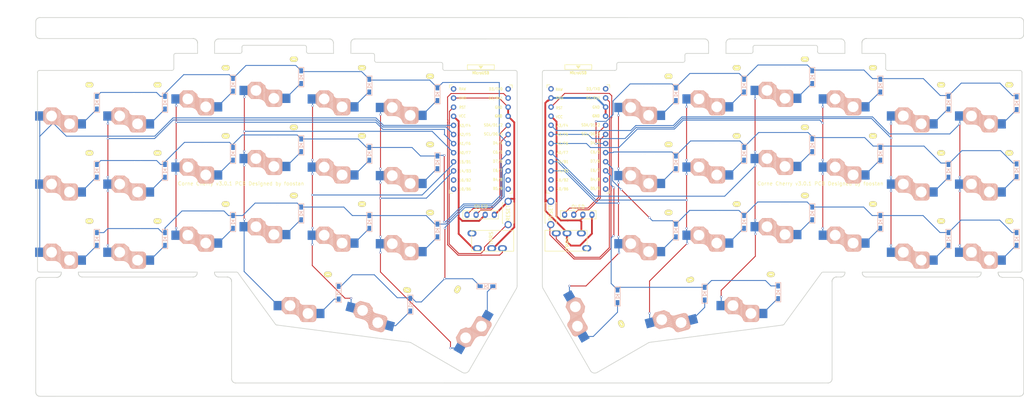
<source format=kicad_pcb>
(kicad_pcb (version 20211014) (generator pcbnew)
  (title_block (title "Corne Cherry") (date "2020-09-28") (rev "3.0.1") (company "foostan"))
  (layers (0 "F.Cu" signal) (31 "B.Cu" signal) (34 "B.Paste" user) (35 "F.Paste" user) (36 "B.SilkS" user "B.Silkscreen") (37 "F.SilkS" user "F.Silkscreen") (38 "B.Mask" user) (39 "F.Mask" user) (44 "Edge.Cuts" user))
  (net 0 "")
  (net 1 "row0")
  (net 2 "Net-(D1-Pad2)")
  (net 3 "row1")
  (net 4 "Net-(D2-Pad2)")
  (net 5 "row2")
  (net 6 "Net-(D3-Pad2)")
  (net 7 "row3")
  (net 8 "Net-(D4-Pad2)")
  (net 9 "Net-(D5-Pad2)")
  (net 10 "Net-(D6-Pad2)")
  (net 11 "Net-(D7-Pad2)")
  (net 12 "Net-(D8-Pad2)")
  (net 13 "Net-(D9-Pad2)")
  (net 14 "Net-(D10-Pad2)")
  (net 15 "Net-(D11-Pad2)")
  (net 16 "Net-(D12-Pad2)")
  (net 17 "Net-(D13-Pad2)")
  (net 18 "Net-(D14-Pad2)")
  (net 19 "Net-(D15-Pad2)")
  (net 20 "Net-(D16-Pad2)")
  (net 21 "Net-(D17-Pad2)")
  (net 22 "Net-(D18-Pad2)")
  (net 23 "Net-(D19-Pad2)")
  (net 24 "Net-(D20-Pad2)")
  (net 25 "Net-(D21-Pad2)")
  (net 26 "GND")
  (net 27 "VCC")
  (net 28 "col0")
  (net 29 "col1")
  (net 30 "col2")
  (net 31 "col3")
  (net 32 "col4")
  (net 33 "col5")
  (net 34 "LED")
  (net 35 "data")
  (net 36 "reset")
  (net 37 "SCL")
  (net 38 "SDA")
  (net 44 "Net-(D22-Pad2)")
  (net 45 "row0_r")
  (net 46 "Net-(D23-Pad2)")
  (net 47 "Net-(D24-Pad2)")
  (net 48 "Net-(D25-Pad2)")
  (net 49 "Net-(D26-Pad2)")
  (net 50 "Net-(D27-Pad2)")
  (net 51 "row1_r")
  (net 52 "Net-(D28-Pad2)")
  (net 53 "Net-(D29-Pad2)")
  (net 54 "Net-(D30-Pad2)")
  (net 55 "Net-(D31-Pad2)")
  (net 56 "Net-(D32-Pad2)")
  (net 57 "Net-(D33-Pad2)")
  (net 58 "row2_r")
  (net 59 "Net-(D34-Pad2)")
  (net 60 "Net-(D35-Pad2)")
  (net 61 "Net-(D36-Pad2)")
  (net 62 "Net-(D37-Pad2)")
  (net 63 "Net-(D38-Pad2)")
  (net 64 "Net-(D39-Pad2)")
  (net 65 "Net-(D40-Pad2)")
  (net 66 "row3_r")
  (net 67 "Net-(D41-Pad2)")
  (net 68 "Net-(D42-Pad2)")
  (net 69 "data_r")
  (net 70 "SDA_r")
  (net 71 "SCL_r")
  (net 72 "LED_r")
  (net 73 "reset_r")
  (net 74 "col0_r")
  (net 75 "col1_r")
  (net 76 "col2_r")
  (net 77 "col3_r")
  (net 78 "col4_r")
  (net 79 "col5_r")
  (net 80 "VDD")
  (net 81 "GNDA")
  (footprint "kbd:MJ-4PP-9_1side" (layer "F.Cu") (at 144.1345 74.292 -90)
    (fp_text reference "J1")
    (fp_text value "MJ-4PP-9" hide)
  )
  (footprint "kbd:OLED_1side" (layer "F.Cu") (at 130.9485 67.028)
    (fp_text reference "J2")
    (fp_text value "OLED" hide)
  )
  (footprint "kbd:ResetSW_1side" (layer "F.Cu") (at 142.4245 66.531 -90)
    (fp_text reference "RSW1" hide)
    (fp_text value "SW_PUSH")
  )
  (footprint "kbd:ChocV1_V2_Hotswap" (layer "F.Cu") (at 39.1075 35.78)
    (fp_text reference "SW2" hide)
    (fp_text value "SW_PUSH" hide)
  )
  (footprint "kbd:ChocV1_V2_Hotswap" (layer "F.Cu") (at 58.1075 31.03)
    (fp_text reference "SW3" hide)
    (fp_text value "SW_PUSH" hide)
  )
  (footprint "kbd:ChocV1_V2_Hotswap" (layer "F.Cu") (at 77.1075 28.655)
    (fp_text reference "SW4" hide)
    (fp_text value "SW_PUSH" hide)
  )
  (footprint "kbd:ChocV1_V2_Hotswap" (layer "F.Cu") (at 96.1075 31.03)
    (fp_text reference "SW5" hide)
    (fp_text value "SW_PUSH" hide)
  )
  (footprint "kbd:ChocV1_V2_Hotswap" (layer "F.Cu") (at 20.1075 54.78)
    (fp_text reference "SW7" hide)
    (fp_text value "SW_PUSH" hide)
  )
  (footprint "kbd:ChocV1_V2_Hotswap" (layer "F.Cu") (at 39.1075 54.78)
    (fp_text reference "SW8" hide)
    (fp_text value "SW_PUSH" hide)
  )
  (footprint "kbd:ChocV1_V2_Hotswap" (layer "F.Cu") (at 58.1075 50.03)
    (fp_text reference "SW9" hide)
    (fp_text value "SW_PUSH" hide)
  )
  (footprint "kbd:ChocV1_V2_Hotswap" (layer "F.Cu") (at 77.1075 47.655)
    (fp_text reference "SW10" hide)
    (fp_text value "SW_PUSH" hide)
  )
  (footprint "kbd:ChocV1_V2_Hotswap" (layer "F.Cu") (at 96.1075 50.03)
    (fp_text reference "SW11" hide)
    (fp_text value "SW_PUSH" hide)
  )
  (footprint "kbd:ChocV1_V2_Hotswap" (layer "F.Cu") (at 115.1075 52.405)
    (fp_text reference "SW12" hide)
    (fp_text value "SW_PUSH" hide)
  )
  (footprint "kbd:ChocV1_V2_Hotswap" (layer "F.Cu") (at 20.1075 73.78)
    (fp_text reference "SW13" hide)
    (fp_text value "SW_PUSH" hide)
  )
  (footprint "kbd:ChocV1_V2_Hotswap" (layer "F.Cu") (at 39.1075 73.78)
    (fp_text reference "SW14" hide)
    (fp_text value "SW_PUSH" hide)
  )
  (footprint "kbd:ChocV1_V2_Hotswap" (layer "F.Cu") (at 58.1075 69.03)
    (fp_text reference "SW15" hide)
    (fp_text value "SW_PUSH" hide)
  )
  (footprint "kbd:ChocV1_V2_Hotswap" (layer "F.Cu") (at 77.1075 66.655)
    (fp_text reference "SW16" hide)
    (fp_text value "SW_PUSH" hide)
  )
  (footprint "kbd:ChocV1_V2_Hotswap" (layer "F.Cu") (at 96.1075 69.03)
    (fp_text reference "SW17" hide)
    (fp_text value "SW_PUSH" hide)
  )
  (footprint "kbd:ChocV1_V2_Hotswap" (layer "F.Cu") (at 115.1075 71.405)
    (fp_text reference "SW18" hide)
    (fp_text value "SW_PUSH" hide)
  )
  (footprint "kbd:ChocV1_V2_Hotswap" (layer "F.Cu") (at 86.6075 88.655)
    (fp_text reference "SW19" hide)
    (fp_text value "SW_PUSH" hide)
  )
  (footprint "kbd:ChocV1_V2_Hotswap" (layer "F.Cu") (at 107.6075 91.405 -15)
    (fp_text reference "SW20" hide)
    (fp_text value "SW_PUSH" hide)
  )
  (footprint "kbd:ChocV1_V2_Hotswap_1.5u" (layer "F.Cu") (at 129.8575 95.155 60)
    (fp_text reference "SW21" hide)
    (fp_text value "SW_PUSH" hide)
  )
  (footprint "kbd:ChocV1_V2_Hotswap_1.5u" (layer "F.Cu") (at 166.8645 95.15 -60)
    (fp_text reference "SW42" hide)
    (fp_text value "SW_PUSH" hide)
  )
  (footprint "kbd:MJ-4PP-9_1side" (layer "F.Cu") (at 152.5375 74.27 90)
    (fp_text reference "J3")
    (fp_text value "MJ-4PP-9" hide)
  )
  (footprint "kbd:OLED_1side" (layer "F.Cu") (at 158.1775 67.02)
    (fp_text reference "J4")
    (fp_text value "OLED" hide)
  )
  (footprint "kbd:ResetSW_1side" (layer "F.Cu") (at 154.3045 66.522 -90)
    (fp_text reference "RSW2" hide)
    (fp_text value "SW_PUSH")
  )
  (footprint "kbd:ChocV1_V2_Hotswap" (layer "F.Cu") (at 219.6145 66.65)
    (fp_text reference "SW37" hide)
    (fp_text value "SW_PUSH" hide)
  )
  (footprint "kbd:ChocV1_V2_Hotswap" (layer "F.Cu") (at 200.6145 69.025)
    (fp_text reference "SW38" hide)
    (fp_text value "SW_PUSH" hide)
  )
  (footprint "kbd:ChocV1_V2_Hotswap" (layer "F.Cu") (at 181.6145 71.4)
    (fp_text reference "SW39" hide)
    (fp_text value "SW_PUSH" hide)
  )
  (footprint "kbd:ChocV1_V2_Hotswap" (layer "F.Cu") (at 210.1145 88.65)
    (fp_text reference "SW40" hide)
    (fp_text value "SW_PUSH" hide)
  )
  (footprint "kbd:ChocV1_V2_Hotswap" (layer "F.Cu") (at 189.1145 91.4 15)
    (fp_text reference "SW41" hide)
    (fp_text value "SW_PUSH" hide)
  )
  (footprint "kbd:ChocV1_V2_Hotswap" (layer "F.Cu") (at 219.6145 28.65)
    (fp_text reference "SW25" hide)
    (fp_text value "SW_PUSH" hide)
  )
  (footprint "kbd:ChocV1_V2_Hotswap" (layer "F.Cu") (at 200.6145 31.025)
    (fp_text reference "SW26" hide)
    (fp_text value "SW_PUSH" hide)
  )
  (footprint "kbd:ChocV1_V2_Hotswap" (layer "F.Cu") (at 276.6145 54.775)
    (fp_text reference "SW28" hide)
    (fp_text value "SW_PUSH" hide)
  )
  (footprint "kbd:ChocV1_V2_Hotswap" (layer "F.Cu") (at 238.6145 31.025)
    (fp_text reference "SW24" hide)
    (fp_text value "SW_PUSH" hide)
  )
  (footprint "kbd:ChocV1_V2_Hotswap" (layer "F.Cu") (at 257.6145 54.775)
    (fp_text reference "SW29" hide)
    (fp_text value "SW_PUSH" hide)
  )
  (footprint "kbd:ChocV1_V2_Hotswap" (layer "F.Cu") (at 257.6145 73.775)
    (fp_text reference "SW35" hide)
    (fp_text value "SW_PUSH" hide)
  )
  (footprint "kbd:ChocV1_V2_Hotswap" (layer "F.Cu") (at 238.6145 69.025)
    (fp_text reference "SW36" hide)
    (fp_text value "SW_PUSH" hide)
  )
  (footprint "kbd:ChocV1_V2_Hotswap" (layer "F.Cu") (at 276.6145 35.775)
    (fp_text reference "SW22" hide)
    (fp_text value "SW_PUSH" hide)
  )
  (footprint "kbd:ChocV1_V2_Hotswap" (layer "F.Cu") (at 257.6145 35.775)
    (fp_text reference "SW23" hide)
    (fp_text value "SW_PUSH" hide)
  )
  (footprint "kbd:ChocV1_V2_Hotswap" (layer "F.Cu") (at 238.6145 50.025)
    (fp_text reference "SW30" hide)
    (fp_text value "SW_PUSH" hide)
  )
  (footprint "kbd:ChocV1_V2_Hotswap" (layer "F.Cu") (at 219.6145 47.65)
    (fp_text reference "SW31" hide)
    (fp_text value "SW_PUSH" hide)
  )
  (footprint "kbd:ChocV1_V2_Hotswap" (layer "F.Cu") (at 200.6145 50.025)
    (fp_text reference "SW32" hide)
    (fp_text value "SW_PUSH" hide)
  )
  (footprint "kbd:ChocV1_V2_Hotswap" (layer "F.Cu") (at 181.6145 52.4)
    (fp_text reference "SW33" hide)
    (fp_text value "SW_PUSH" hide)
  )
  (footprint "kbd:ChocV1_V2_Hotswap" (layer "F.Cu") (at 276.6145 73.775)
    (fp_text reference "SW34" hide)
    (fp_text value "SW_PUSH" hide)
  )
  (footprint "kbd:ChocV1_V2_Hotswap" (layer "F.Cu") (at 20.1075 35.78)
    (fp_text reference "SW1" hide)
    (fp_text value "SW_PUSH" hide)
  )
  (footprint "kbd:ChocV1_V2_Hotswap" (layer "F.Cu") (at 115.1075 33.405)
    (fp_text reference "SW6" hide)
    (fp_text value "SW_PUSH" hide)
  )
  (footprint "kbd:ChocV1_V2_Hotswap" (layer "F.Cu") (at 181.6075 33.405)
    (fp_text reference "SW27" hide)
    (fp_text value "SW_PUSH" hide)
  )
  (footprint "kbd:ProMicro_v3" (layer "F.Cu") (at 134.8125 46.42)
    (fp_text reference "U1" hide)
    (fp_text value "ProMicro" hide)
  )
  (footprint "kbd:ProMicro_v3" (layer "F.Cu") (at 161.9875 46.39)
    (fp_text reference "U2" hide)
    (fp_text value "ProMicro" hide)
  )
  (footprint "kbd:D3_SMD_v2" (layer "B.Cu") (at 27.7345 35.776875 -90)
    (fp_text reference "D1" hide)
    (fp_text value "D" hide)
  )
  (footprint "kbd:D3_SMD_v2" (layer "B.Cu") (at 46.7345 35.78 -90)
    (fp_text reference "D2" hide)
    (fp_text value "D" hide)
  )
  (footprint "kbd:D3_SMD_v2" (layer "B.Cu") (at 65.7075 30.78 -90)
    (fp_text reference "D3" hide)
    (fp_text value "D" hide)
  )
  (footprint "kbd:D3_SMD_v2" (layer "B.Cu") (at 84.7075 28.655 -90)
    (fp_text reference "D4" hide)
    (fp_text value "D" hide)
  )
  (footprint "kbd:D3_SMD_v2" (layer "B.Cu") (at 103.7075 31.03 -90)
    (fp_text reference "D5" hide)
    (fp_text value "D" hide)
  )
  (footprint "kbd:D3_SMD_v2" (layer "B.Cu") (at 122.7075 33.405 -90)
    (fp_text reference "D6" hide)
    (fp_text value "D" hide)
  )
  (footprint "kbd:D3_SMD_v2" (layer "B.Cu") (at 27.7345 54.776875 -90)
    (fp_text reference "D7" hide)
    (fp_text value "D" hide)
  )
  (footprint "kbd:D3_SMD_v2" (layer "B.Cu") (at 46.7345 54.78 -90)
    (fp_text reference "D8" hide)
    (fp_text value "D" hide)
  )
  (footprint "kbd:D3_SMD_v2" (layer "B.Cu") (at 65.7075 50.03 -90)
    (fp_text reference "D9" hide)
    (fp_text value "D" hide)
  )
  (footprint "kbd:D3_SMD_v2" (layer "B.Cu") (at 84.7075 47.655 -90)
    (fp_text reference "D10" hide)
    (fp_text value "D" hide)
  )
  (footprint "kbd:D3_SMD_v2" (layer "B.Cu") (at 103.7075 50.03 -90)
    (fp_text reference "D11" hide)
    (fp_text value "D" hide)
  )
  (footprint "kbd:D3_SMD_v2" (layer "B.Cu") (at 122.7075 52.405 -90)
    (fp_text reference "D12" hide)
    (fp_text value "D" hide)
  )
  (footprint "kbd:D3_SMD_v2" (layer "B.Cu") (at 27.7345 73.776875 -90)
    (fp_text reference "D13" hide)
    (fp_text value "D" hide)
  )
  (footprint "kbd:D3_SMD_v2" (layer "B.Cu") (at 46.7345 73.78 -90)
    (fp_text reference "D14" hide)
    (fp_text value "D" hide)
  )
  (footprint "kbd:D3_SMD_v2" (layer "B.Cu") (at 65.7075 69.03 -90)
    (fp_text reference "D15" hide)
    (fp_text value "D" hide)
  )
  (footprint "kbd:D3_SMD_v2" (layer "B.Cu") (at 84.7075 66.655 -90)
    (fp_text reference "D16" hide)
    (fp_text value "D" hide)
  )
  (footprint "kbd:D3_SMD_v2" (layer "B.Cu") (at 103.7075 69.03 -90)
    (fp_text reference "D17" hide)
    (fp_text value "D" hide)
  )
  (footprint "kbd:D3_SMD_v2" (layer "B.Cu") (at 122.7075 71.405 -90)
    (fp_text reference "D18" hide)
    (fp_text value "D" hide)
  )
  (footprint "kbd:D3_SMD_v2" (layer "B.Cu") (at 115.1325 92.105 -90)
    (fp_text reference "D19" hide)
    (fp_text value "D" hide)
  )
  (footprint "kbd:D3_SMD_v2" (layer "B.Cu") (at 95.1645 88.765 -90)
    (fp_text reference "D20" hide)
    (fp_text value "D" hide)
  )
  (footprint "kbd:D3_SMD_v2" (layer "B.Cu") (at 136.3825 86.955)
    (fp_text reference "D21" hide)
    (fp_text value "D" hide)
  )
  (footprint "kbd:D3_SMD_v2" (layer "B.Cu") (at 265.2145 35.775 -90)
    (fp_text reference "D23" hide)
    (fp_text value "D" hide)
  )
  (footprint "kbd:D3_SMD_v2" (layer "B.Cu") (at 246.2145 31.025 -90)
    (fp_text reference "D24" hide)
    (fp_text value "D" hide)
  )
  (footprint "kbd:D3_SMD_v2" (layer "B.Cu") (at 227.2145 28.65 -90)
    (fp_text reference "D25" hide)
    (fp_text value "D" hide)
  )
  (footprint "kbd:D3_SMD_v2" (layer "B.Cu") (at 189.2075 33.405 -90)
    (fp_text reference "D27" hide)
    (fp_text value "D" hide)
  )
  (footprint "kbd:D3_SMD_v2" (layer "B.Cu") (at 284.2145 54.625 -90)
    (fp_text reference "D28" hide)
    (fp_text value "D" hide)
  )
  (footprint "kbd:D3_SMD_v2" (layer "B.Cu") (at 265.2145 54.775 -90)
    (fp_text reference "D29" hide)
    (fp_text value "D" hide)
  )
  (footprint "kbd:D3_SMD_v2" (layer "B.Cu") (at 246.2145 50.025 -90)
    (fp_text reference "D30" hide)
    (fp_text value "D" hide)
  )
  (footprint "kbd:D3_SMD_v2" (layer "B.Cu") (at 227.2145 47.65 -90)
    (fp_text reference "D31" hide)
    (fp_text value "D" hide)
  )
  (footprint "kbd:D3_SMD_v2" (layer "B.Cu") (at 208.2145 50.025 -90)
    (fp_text reference "D32" hide)
    (fp_text value "D" hide)
  )
  (footprint "kbd:D3_SMD_v2" (layer "B.Cu") (at 189.2075 52.405 -90)
    (fp_text reference "D33" hide)
    (fp_text value "D" hide)
  )
  (footprint "kbd:D3_SMD_v2" (layer "B.Cu") (at 284.2145 73.775 -90)
    (fp_text reference "D34" hide)
    (fp_text value "D" hide)
  )
  (footprint "kbd:D3_SMD_v2" (layer "B.Cu") (at 265.2145 73.775 -90)
    (fp_text reference "D35" hide)
    (fp_text value "D" hide)
  )
  (footprint "kbd:D3_SMD_v2" (layer "B.Cu") (at 246.2145 69.025 -90)
    (fp_text reference "D36" hide)
    (fp_text value "D" hide)
  )
  (footprint "kbd:D3_SMD_v2" (layer "B.Cu") (at 227.2145 66.65 -90)
    (fp_text reference "D37" hide)
    (fp_text value "D" hide)
  )
  (footprint "kbd:D3_SMD_v2" (layer "B.Cu") (at 208.2145 69.025 -90)
    (fp_text reference "D38" hide)
    (fp_text value "D" hide)
  )
  (footprint "kbd:D3_SMD_v2" (layer "B.Cu") (at 189.2075 71.405 -90)
    (fp_text reference "D39" hide)
    (fp_text value "D" hide)
  )
  (footprint "kbd:D3_SMD_v2" (layer "B.Cu") (at 217.7145 88.635 -90)
    (fp_text reference "D40" hide)
    (fp_text value "D" hide)
  )
  (footprint "kbd:D3_SMD_v2" (layer "B.Cu") (at 197.2325 89.03 -90)
    (fp_text reference "D41" hide)
    (fp_text value "D" hide)
  )
  (footprint "kbd:D3_SMD_v2" (layer "B.Cu") (at 172.9325 89.755 -90)
    (fp_text reference "D42" hide)
    (fp_text value "D" hide)
  )
  (footprint "kbd:D3_SMD_v2" (layer "B.Cu") (at 284.2325 35.905 -90)
    (fp_text reference "D22" hide)
    (fp_text value "D" hide)
  )
  (footprint "kbd:D3_SMD_v2" (layer "B.Cu") (at 208.2145 31.025 -90)
    (fp_text reference "D26" hide)
    (fp_text value "D" hide)
  )
  (gr_line (start 17.8075 83.020309) (end 17.8125 83.25) (layer "Edge.Cuts") (width 0.2))
  (gr_line (start 17.8125 83.25) (end 17.8123 83.252) (layer "Edge.Cuts") (width 0.2))
  (gr_line (start 17.8123 83.252) (end 17.8123 83.252) (layer "Edge.Cuts") (width 0.2))
  (gr_line (start 17.8123 83.252) (end 17.7896 83.483) (layer "Edge.Cuts") (width 0.2))
  (gr_line (start 17.7896 83.483) (end 17.7896 83.483) (layer "Edge.Cuts") (width 0.2))
  (gr_line (start 17.7896 83.483) (end 17.7896 83.483) (layer "Edge.Cuts") (width 0.2))
  (gr_line (start 17.7896 83.483) (end 17.7896 83.484) (layer "Edge.Cuts") (width 0.2))
  (gr_line (start 17.7896 83.484) (end 17.7886 83.488) (layer "Edge.Cuts") (width 0.2))
  (gr_line (start 17.7886 83.488) (end 17.7877 83.493) (layer "Edge.Cuts") (width 0.2))
  (gr_line (start 17.7877 83.493) (end 17.7208 83.714) (layer "Edge.Cuts") (width 0.2))
  (gr_line (start 17.7208 83.714) (end 17.7206 83.715) (layer "Edge.Cuts") (width 0.2))
  (gr_line (start 17.7206 83.715) (end 17.7188 83.719) (layer "Edge.Cuts") (width 0.2))
  (gr_line (start 17.7188 83.719) (end 17.717 83.724) (layer "Edge.Cuts") (width 0.2))
  (gr_line (start 17.717 83.724) (end 17.6082 83.928) (layer "Edge.Cuts") (width 0.2))
  (gr_line (start 17.6082 83.928) (end 17.6079 83.929) (layer "Edge.Cuts") (width 0.2))
  (gr_line (start 17.6079 83.929) (end 17.6054 83.932) (layer "Edge.Cuts") (width 0.2))
  (gr_line (start 17.6054 83.932) (end 17.6028 83.936) (layer "Edge.Cuts") (width 0.2))
  (gr_line (start 17.6028 83.936) (end 17.4564 84.116) (layer "Edge.Cuts") (width 0.2))
  (gr_line (start 17.4564 84.116) (end 17.4564 84.116) (layer "Edge.Cuts") (width 0.2))
  (gr_line (start 17.4564 84.116) (end 17.4564 84.116) (layer "Edge.Cuts") (width 0.2))
  (gr_line (start 17.4564 84.116) (end 17.4559 84.116) (layer "Edge.Cuts") (width 0.2))
  (gr_line (start 17.4559 84.116) (end 17.4527 84.12) (layer "Edge.Cuts") (width 0.2))
  (gr_line (start 17.4527 84.12) (end 17.4495 84.123) (layer "Edge.Cuts") (width 0.2))
  (gr_line (start 17.4495 84.123) (end 17.2709 84.271) (layer "Edge.Cuts") (width 0.2))
  (gr_line (start 17.2709 84.271) (end 17.2704 84.271) (layer "Edge.Cuts") (width 0.2))
  (gr_line (start 17.2704 84.271) (end 17.2666 84.273) (layer "Edge.Cuts") (width 0.2))
  (gr_line (start 17.2666 84.273) (end 17.2628 84.276) (layer "Edge.Cuts") (width 0.2))
  (gr_line (start 17.2628 84.276) (end 17.059 84.386) (layer "Edge.Cuts") (width 0.2))
  (gr_line (start 17.059 84.386) (end 17.059 84.386) (layer "Edge.Cuts") (width 0.2))
  (gr_line (start 17.059 84.386) (end 17.059 84.386) (layer "Edge.Cuts") (width 0.2))
  (gr_line (start 17.059 84.386) (end 17.0583 84.387) (layer "Edge.Cuts") (width 0.2))
  (gr_line (start 17.0583 84.387) (end 17.0542 84.388) (layer "Edge.Cuts") (width 0.2))
  (gr_line (start 17.0542 84.388) (end 17.05 84.39) (layer "Edge.Cuts") (width 0.2))
  (gr_line (start 17.05 84.39) (end 16.8286 84.459) (layer "Edge.Cuts") (width 0.2))
  (gr_line (start 16.8286 84.459) (end 16.8279 84.459) (layer "Edge.Cuts") (width 0.2))
  (gr_line (start 16.8279 84.459) (end 16.8235 84.46) (layer "Edge.Cuts") (width 0.2))
  (gr_line (start 16.8235 84.46) (end 16.819 84.46) (layer "Edge.Cuts") (width 0.2))
  (gr_line (start 16.819 84.46) (end 16.5885 84.485) (layer "Edge.Cuts") (width 0.2))
  (gr_line (start 16.5885 84.485) (end 16.5878 84.485) (layer "Edge.Cuts") (width 0.2))
  (gr_line (start 16.5878 84.485) (end 16.5856 84.485) (layer "Edge.Cuts") (width 0.2))
  (gr_line (start 16.5856 84.485) (end 16.5835 84.485) (layer "Edge.Cuts") (width 0.2))
  (gr_line (start 16.5835 84.485) (end 16.5775 84.485) (layer "Edge.Cuts") (width 0.2))
  (gr_line (start 16.5775 84.485) (end 16.5774 84.485) (layer "Edge.Cuts") (width 0.2))
  (gr_line (start 16.5774 84.485) (end 11.8252 84.485) (layer "Edge.Cuts") (width 0.2))
  (gr_line (start 11.8252 84.485) (end 11.8194 84.485) (layer "Edge.Cuts") (width 0.2))
  (gr_line (start 11.8194 84.485) (end 11.5963 84.508) (layer "Edge.Cuts") (width 0.2))
  (gr_line (start 11.5963 84.508) (end 11.3843 84.574) (layer "Edge.Cuts") (width 0.2))
  (gr_line (start 11.3843 84.574) (end 11.1891 84.68) (layer "Edge.Cuts") (width 0.2))
  (gr_line (start 11.1891 84.68) (end 11.018 84.821) (layer "Edge.Cuts") (width 0.2))
  (gr_line (start 11.018 84.821) (end 10.8778 84.993) (layer "Edge.Cuts") (width 0.2))
  (gr_line (start 10.8778 84.993) (end 10.7736 85.189) (layer "Edge.Cuts") (width 0.2))
  (gr_line (start 10.7736 85.189) (end 10.7094 85.402) (layer "Edge.Cuts") (width 0.2))
  (gr_line (start 10.7094 85.402) (end 10.6875 85.625) (layer "Edge.Cuts") (width 0.2))
  (gr_line (start 10.6875 116.497) (end 10.6875 116.503) (layer "Edge.Cuts") (width 0.2))
  (gr_line (start 10.6875 116.503) (end 10.711 116.726) (layer "Edge.Cuts") (width 0.2))
  (gr_line (start 10.711 116.726) (end 10.7766 116.938) (layer "Edge.Cuts") (width 0.2))
  (gr_line (start 10.7766 116.938) (end 10.8822 117.133) (layer "Edge.Cuts") (width 0.2))
  (gr_line (start 10.8822 117.133) (end 11.0236 117.304) (layer "Edge.Cuts") (width 0.2))
  (gr_line (start 11.0236 117.304) (end 11.1957 117.445) (layer "Edge.Cuts") (width 0.2))
  (gr_line (start 11.1957 117.445) (end 11.3916 117.549) (layer "Edge.Cuts") (width 0.2))
  (gr_line (start 11.3916 117.549) (end 11.6041 117.613) (layer "Edge.Cuts") (width 0.2))
  (gr_line (start 11.6041 117.613) (end 11.8274 117.635) (layer "Edge.Cuts") (width 0.2))
  (gr_line (start 11.8274 117.635) (end 285.0575 117.626) (layer "Edge.Cuts") (width 0.2))
  (gr_line (start 285.0555 12.0385) (end 11.8252 12.0475) (layer "Edge.Cuts") (width 0.2))
  (gr_line (start 11.8252 12.0475) (end 11.8194 12.0475) (layer "Edge.Cuts") (width 0.2))
  (gr_line (start 11.8194 12.0475) (end 11.5963 12.071) (layer "Edge.Cuts") (width 0.2))
  (gr_line (start 11.5963 12.071) (end 11.3843 12.1366) (layer "Edge.Cuts") (width 0.2))
  (gr_line (start 11.3843 12.1366) (end 11.1891 12.2422) (layer "Edge.Cuts") (width 0.2))
  (gr_line (start 11.1891 12.2422) (end 11.018 12.3837) (layer "Edge.Cuts") (width 0.2))
  (gr_line (start 11.018 12.3837) (end 10.8778 12.5557) (layer "Edge.Cuts") (width 0.2))
  (gr_line (start 10.8778 12.5557) (end 10.7736 12.7516) (layer "Edge.Cuts") (width 0.2))
  (gr_line (start 10.7736 12.7516) (end 10.7094 12.9641) (layer "Edge.Cuts") (width 0.2))
  (gr_line (start 10.7094 12.9641) (end 10.6875 13.1875) (layer "Edge.Cuts") (width 0.2))
  (gr_line (start 10.6875 13.1875) (end 10.6875 16.7473) (layer "Edge.Cuts") (width 0.2))
  (gr_line (start 10.6875 16.7473) (end 10.6875 16.7531) (layer "Edge.Cuts") (width 0.2))
  (gr_line (start 10.6875 16.7531) (end 10.711 16.9762) (layer "Edge.Cuts") (width 0.2))
  (gr_line (start 10.711 16.9762) (end 10.7766 17.1882) (layer "Edge.Cuts") (width 0.2))
  (gr_line (start 10.7766 17.1882) (end 10.8822 17.3835) (layer "Edge.Cuts") (width 0.2))
  (gr_line (start 10.8822 17.3835) (end 11.0236 17.5545) (layer "Edge.Cuts") (width 0.2))
  (gr_line (start 11.0236 17.5545) (end 11.1957 17.6948) (layer "Edge.Cuts") (width 0.2))
  (gr_line (start 11.1957 17.6948) (end 11.3916 17.799) (layer "Edge.Cuts") (width 0.2))
  (gr_line (start 11.3916 17.799) (end 11.6041 17.8631) (layer "Edge.Cuts") (width 0.2))
  (gr_line (start 11.6041 17.8631) (end 11.8274 17.885) (layer "Edge.Cuts") (width 0.2))
  (gr_line (start 11.8274 17.885) (end 54.5774 17.885) (layer "Edge.Cuts") (width 0.2))
  (gr_line (start 54.5774 17.885) (end 54.5799 17.8853) (layer "Edge.Cuts") (width 0.2))
  (gr_line (start 54.5799 17.8853) (end 54.5799 17.8853) (layer "Edge.Cuts") (width 0.2))
  (gr_line (start 54.5799 17.8853) (end 54.8105 17.9079) (layer "Edge.Cuts") (width 0.2))
  (gr_line (start 54.8105 17.9079) (end 54.8105 17.9079) (layer "Edge.Cuts") (width 0.2))
  (gr_line (start 54.8105 17.9079) (end 54.8105 17.9079) (layer "Edge.Cuts") (width 0.2))
  (gr_line (start 54.8105 17.9079) (end 54.8112 17.9079) (layer "Edge.Cuts") (width 0.2))
  (gr_line (start 54.8112 17.9079) (end 54.8156 17.9089) (layer "Edge.Cuts") (width 0.2))
  (gr_line (start 54.8156 17.9089) (end 54.8201 17.9098) (layer "Edge.Cuts") (width 0.2))
  (gr_line (start 54.8201 17.9098) (end 55.042 17.9768) (layer "Edge.Cuts") (width 0.2))
  (gr_line (start 55.042 17.9768) (end 55.0426 17.977) (layer "Edge.Cuts") (width 0.2))
  (gr_line (start 55.0426 17.977) (end 55.0468 17.9787) (layer "Edge.Cuts") (width 0.2))
  (gr_line (start 55.0468 17.9787) (end 55.051 17.9805) (layer "Edge.Cuts") (width 0.2))
  (gr_line (start 55.051 17.9805) (end 55.2556 18.0893) (layer "Edge.Cuts") (width 0.2))
  (gr_line (start 55.2556 18.0893) (end 55.2556 18.0893) (layer "Edge.Cuts") (width 0.2))
  (gr_line (start 55.2556 18.0893) (end 55.2556 18.0893) (layer "Edge.Cuts") (width 0.2))
  (gr_line (start 55.2556 18.0893) (end 55.2562 18.0896) (layer "Edge.Cuts") (width 0.2))
  (gr_line (start 55.2562 18.0896) (end 55.26 18.0922) (layer "Edge.Cuts") (width 0.2))
  (gr_line (start 55.26 18.0922) (end 55.2638 18.0947) (layer "Edge.Cuts") (width 0.2))
  (gr_line (start 55.2638 18.0947) (end 55.4434 18.2412) (layer "Edge.Cuts") (width 0.2))
  (gr_line (start 55.4434 18.2412) (end 55.4439 18.2416) (layer "Edge.Cuts") (width 0.2))
  (gr_line (start 55.4439 18.2416) (end 55.447 18.2448) (layer "Edge.Cuts") (width 0.2))
  (gr_line (start 55.447 18.2448) (end 55.4503 18.248) (layer "Edge.Cuts") (width 0.2))
  (gr_line (start 55.4503 18.248) (end 55.598 18.4266) (layer "Edge.Cuts") (width 0.2))
  (gr_line (start 55.598 18.4266) (end 55.5984 18.4271) (layer "Edge.Cuts") (width 0.2))
  (gr_line (start 55.5984 18.4271) (end 55.6009 18.4309) (layer "Edge.Cuts") (width 0.2))
  (gr_line (start 55.6009 18.4309) (end 55.6035 18.4347) (layer "Edge.Cuts") (width 0.2))
  (gr_line (start 55.6035 18.4347) (end 55.7137 18.6386) (layer "Edge.Cuts") (width 0.2))
  (gr_line (start 55.7137 18.6386) (end 55.7137 18.6386) (layer "Edge.Cuts") (width 0.2))
  (gr_line (start 55.7137 18.6386) (end 55.7137 18.6386) (layer "Edge.Cuts") (width 0.2))
  (gr_line (start 55.7137 18.6386) (end 55.714 18.6392) (layer "Edge.Cuts") (width 0.2))
  (gr_line (start 55.714 18.6392) (end 55.7157 18.6434) (layer "Edge.Cuts") (width 0.2))
  (gr_line (start 55.7157 18.6434) (end 55.7175 18.6476) (layer "Edge.Cuts") (width 0.2))
  (gr_line (start 55.7175 18.6476) (end 55.786 18.869) (layer "Edge.Cuts") (width 0.2))
  (gr_line (start 55.786 18.869) (end 55.7862 18.8696) (layer "Edge.Cuts") (width 0.2))
  (gr_line (start 55.7862 18.8696) (end 55.7871 18.8741) (layer "Edge.Cuts") (width 0.2))
  (gr_line (start 55.7871 18.8741) (end 55.788 18.8785) (layer "Edge.Cuts") (width 0.2))
  (gr_line (start 55.788 18.8785) (end 55.8122 19.109) (layer "Edge.Cuts") (width 0.2))
  (gr_line (start 55.8122 19.109) (end 55.8123 19.1097) (layer "Edge.Cuts") (width 0.2))
  (gr_line (start 55.8123 19.1097) (end 55.8122 19.1119) (layer "Edge.Cuts") (width 0.2))
  (gr_line (start 55.8122 19.1119) (end 55.8125 19.1141) (layer "Edge.Cuts") (width 0.2))
  (gr_line (start 55.8125 19.1141) (end 55.8125 19.12) (layer "Edge.Cuts") (width 0.2))
  (gr_line (start 55.8125 19.12) (end 55.8125 19.1201) (layer "Edge.Cuts") (width 0.2))
  (gr_line (start 55.8125 19.1201) (end 55.8175 22.020252) (layer "Edge.Cuts") (width 0.2))
  (gr_line (start 60.5575 83.021073) (end 60.5625 83.247) (layer "Edge.Cuts") (width 0.2))
  (gr_line (start 60.5625 83.247) (end 60.5625 83.253) (layer "Edge.Cuts") (width 0.2))
  (gr_line (start 60.5625 83.253) (end 60.586 83.476) (layer "Edge.Cuts") (width 0.2))
  (gr_line (start 60.586 83.476) (end 60.6516 83.688) (layer "Edge.Cuts") (width 0.2))
  (gr_line (start 60.6516 83.688) (end 60.7572 83.883) (layer "Edge.Cuts") (width 0.2))
  (gr_line (start 60.7572 83.883) (end 60.8986 84.054) (layer "Edge.Cuts") (width 0.2))
  (gr_line (start 60.8986 84.054) (end 61.0707 84.195) (layer "Edge.Cuts") (width 0.2))
  (gr_line (start 61.0707 84.195) (end 61.2666 84.299) (layer "Edge.Cuts") (width 0.2))
  (gr_line (start 61.2666 84.299) (end 61.4791 84.363) (layer "Edge.Cuts") (width 0.2))
  (gr_line (start 61.4791 84.363) (end 61.7024 84.385) (layer "Edge.Cuts") (width 0.2))
  (gr_line (start 61.7024 84.385) (end 64.0774 84.385) (layer "Edge.Cuts") (width 0.2))
  (gr_line (start 64.0774 84.385) (end 64.0799 84.385) (layer "Edge.Cuts") (width 0.2))
  (gr_line (start 64.0799 84.385) (end 64.0799 84.385) (layer "Edge.Cuts") (width 0.2))
  (gr_line (start 64.0799 84.385) (end 64.3105 84.408) (layer "Edge.Cuts") (width 0.2))
  (gr_line (start 64.3105 84.408) (end 64.3105 84.408) (layer "Edge.Cuts") (width 0.2))
  (gr_line (start 64.3105 84.408) (end 64.3105 84.408) (layer "Edge.Cuts") (width 0.2))
  (gr_line (start 64.3105 84.408) (end 64.3112 84.408) (layer "Edge.Cuts") (width 0.2))
  (gr_line (start 64.3112 84.408) (end 64.3156 84.409) (layer "Edge.Cuts") (width 0.2))
  (gr_line (start 64.3156 84.409) (end 64.3201 84.41) (layer "Edge.Cuts") (width 0.2))
  (gr_line (start 64.3201 84.41) (end 64.542 84.477) (layer "Edge.Cuts") (width 0.2))
  (gr_line (start 64.542 84.477) (end 64.542599 84.477) (layer "Edge.Cuts") (width 0.2))
  (gr_line (start 64.542599 84.477) (end 64.5468 84.479) (layer "Edge.Cuts") (width 0.2))
  (gr_line (start 64.5468 84.479) (end 64.551 84.48) (layer "Edge.Cuts") (width 0.2))
  (gr_line (start 64.551 84.48) (end 64.7556 84.589) (layer "Edge.Cuts") (width 0.2))
  (gr_line (start 64.7556 84.589) (end 64.7556 84.589) (layer "Edge.Cuts") (width 0.2))
  (gr_line (start 64.7556 84.589) (end 64.7556 84.589) (layer "Edge.Cuts") (width 0.2))
  (gr_line (start 64.7556 84.589) (end 64.756199 84.59) (layer "Edge.Cuts") (width 0.2))
  (gr_line (start 64.756199 84.59) (end 64.759999 84.592) (layer "Edge.Cuts") (width 0.2))
  (gr_line (start 64.759999 84.592) (end 64.7638 84.595) (layer "Edge.Cuts") (width 0.2))
  (gr_line (start 64.7638 84.595) (end 64.9434 84.741) (layer "Edge.Cuts") (width 0.2))
  (gr_line (start 64.9434 84.741) (end 64.9439 84.742) (layer "Edge.Cuts") (width 0.2))
  (gr_line (start 64.9439 84.742) (end 64.947 84.745) (layer "Edge.Cuts") (width 0.2))
  (gr_line (start 64.947 84.745) (end 64.9503 84.748) (layer "Edge.Cuts") (width 0.2))
  (gr_line (start 64.9503 84.748) (end 65.098 84.927) (layer "Edge.Cuts") (width 0.2))
  (gr_line (start 65.098 84.927) (end 65.0984 84.927) (layer "Edge.Cuts") (width 0.2))
  (gr_line (start 65.0984 84.927) (end 65.1009 84.931) (layer "Edge.Cuts") (width 0.2))
  (gr_line (start 65.1009 84.931) (end 65.1035 84.935) (layer "Edge.Cuts") (width 0.2))
  (gr_line (start 65.1035 84.935) (end 65.2137 85.139) (layer "Edge.Cuts") (width 0.2))
  (gr_line (start 65.2137 85.139) (end 65.2137 85.139) (layer "Edge.Cuts") (width 0.2))
  (gr_line (start 65.2137 85.139) (end 65.2137 85.139) (layer "Edge.Cuts") (width 0.2))
  (gr_line (start 65.2137 85.139) (end 65.214 85.139) (layer "Edge.Cuts") (width 0.2))
  (gr_line (start 65.214 85.139) (end 65.2157 85.143) (layer "Edge.Cuts") (width 0.2))
  (gr_line (start 65.2157 85.143) (end 65.2175 85.148) (layer "Edge.Cuts") (width 0.2))
  (gr_line (start 65.2175 85.148) (end 65.286 85.369) (layer "Edge.Cuts") (width 0.2))
  (gr_line (start 65.286 85.369) (end 65.2862 85.37) (layer "Edge.Cuts") (width 0.2))
  (gr_line (start 65.2862 85.37) (end 65.2871 85.374) (layer "Edge.Cuts") (width 0.2))
  (gr_line (start 65.2871 85.374) (end 65.288 85.379) (layer "Edge.Cuts") (width 0.2))
  (gr_line (start 65.288 85.379) (end 65.3122 85.609) (layer "Edge.Cuts") (width 0.2))
  (gr_line (start 65.3122 85.609) (end 65.3123 85.61) (layer "Edge.Cuts") (width 0.2))
  (gr_line (start 65.3123 85.61) (end 65.3122 85.612) (layer "Edge.Cuts") (width 0.2))
  (gr_line (start 65.3122 85.612) (end 65.3125 85.614) (layer "Edge.Cuts") (width 0.2))
  (gr_line (start 65.3125 85.614) (end 65.3125 85.62) (layer "Edge.Cuts") (width 0.2))
  (gr_line (start 65.3125 85.62) (end 65.3125 85.62) (layer "Edge.Cuts") (width 0.2))
  (gr_line (start 65.3125 85.62) (end 65.3125 112.797) (layer "Edge.Cuts") (width 0.2))
  (gr_line (start 65.3125 112.797) (end 65.3125 112.803) (layer "Edge.Cuts") (width 0.2))
  (gr_line (start 65.3125 112.803) (end 65.336 113.026) (layer "Edge.Cuts") (width 0.2))
  (gr_line (start 65.336 113.026) (end 65.4016 113.238) (layer "Edge.Cuts") (width 0.2))
  (gr_line (start 65.4016 113.238) (end 65.5072 113.433) (layer "Edge.Cuts") (width 0.2))
  (gr_line (start 65.5072 113.433) (end 65.6486 113.604) (layer "Edge.Cuts") (width 0.2))
  (gr_line (start 65.6486 113.604) (end 65.8207 113.745) (layer "Edge.Cuts") (width 0.2))
  (gr_line (start 65.8207 113.745) (end 66.0166 113.849) (layer "Edge.Cuts") (width 0.2))
  (gr_line (start 66.0166 113.849) (end 66.2291 113.913) (layer "Edge.Cuts") (width 0.2))
  (gr_line (start 66.2291 113.913) (end 66.4524 113.935) (layer "Edge.Cuts") (width 0.2))
  (gr_line (start 66.4545 113.934) (end 231.6195 113.926) (layer "Edge.Cuts") (width 0.2))
  (gr_line (start 197.1805 17.976) (end 99.7005 17.985) (layer "Edge.Cuts") (width 0.2))
  (gr_line (start 99.7005 17.985) (end 99.6945 17.985) (layer "Edge.Cuts") (width 0.2))
  (gr_line (start 99.6945 17.985) (end 99.4715 18.0085) (layer "Edge.Cuts") (width 0.2))
  (gr_line (start 99.4715 18.0085) (end 99.2595 18.0741) (layer "Edge.Cuts") (width 0.2))
  (gr_line (start 99.2595 18.0741) (end 99.0645 18.1797) (layer "Edge.Cuts") (width 0.2))
  (gr_line (start 99.0645 18.1797) (end 98.8935 18.3212) (layer "Edge.Cuts") (width 0.2))
  (gr_line (start 98.8935 18.3212) (end 98.7525 18.4932) (layer "Edge.Cuts") (width 0.2))
  (gr_line (start 98.7525 18.4932) (end 98.6485 18.6891) (layer "Edge.Cuts") (width 0.2))
  (gr_line (start 98.6485 18.6891) (end 98.5845 18.9016) (layer "Edge.Cuts") (width 0.2))
  (gr_line (start 98.5845 18.9016) (end 98.5625 19.125) (layer "Edge.Cuts") (width 0.2))
  (gr_line (start 98.5625 19.125) (end 98.5675 22.018729) (layer "Edge.Cuts") (width 0.2))
  (gr_line (start 22.5675 83.020309) (end 22.5625 83.247) (layer "Edge.Cuts") (width 0.2))
  (gr_line (start 22.5625 83.247) (end 22.5625 83.253) (layer "Edge.Cuts") (width 0.2))
  (gr_line (start 22.5625 83.253) (end 22.586 83.476) (layer "Edge.Cuts") (width 0.2))
  (gr_line (start 22.586 83.476) (end 22.6516 83.688) (layer "Edge.Cuts") (width 0.2))
  (gr_line (start 22.6516 83.688) (end 22.7572 83.883) (layer "Edge.Cuts") (width 0.2))
  (gr_line (start 22.7572 83.883) (end 22.8986 84.054) (layer "Edge.Cuts") (width 0.2))
  (gr_line (start 22.8986 84.054) (end 23.0707 84.195) (layer "Edge.Cuts") (width 0.2))
  (gr_line (start 23.0707 84.195) (end 23.2666 84.299) (layer "Edge.Cuts") (width 0.2))
  (gr_line (start 23.2666 84.299) (end 23.4791 84.363) (layer "Edge.Cuts") (width 0.2))
  (gr_line (start 23.4791 84.363) (end 23.7024 84.385) (layer "Edge.Cuts") (width 0.2))
  (gr_line (start 23.7024 84.385) (end 54.5748 84.385) (layer "Edge.Cuts") (width 0.2))
  (gr_line (start 54.5748 84.385) (end 54.5806 84.385) (layer "Edge.Cuts") (width 0.2))
  (gr_line (start 54.5806 84.385) (end 54.8037 84.362) (layer "Edge.Cuts") (width 0.2))
  (gr_line (start 54.8037 84.362) (end 55.0157 84.296) (layer "Edge.Cuts") (width 0.2))
  (gr_line (start 55.0157 84.296) (end 55.2109 84.19) (layer "Edge.Cuts") (width 0.2))
  (gr_line (start 55.2109 84.19) (end 55.382 84.049) (layer "Edge.Cuts") (width 0.2))
  (gr_line (start 55.382 84.049) (end 55.5222 83.877) (layer "Edge.Cuts") (width 0.2))
  (gr_line (start 55.5222 83.877) (end 55.6264 83.681) (layer "Edge.Cuts") (width 0.2))
  (gr_line (start 55.6264 83.681) (end 55.6906 83.468) (layer "Edge.Cuts") (width 0.2))
  (gr_line (start 55.6906 83.468) (end 55.7125 83.245) (layer "Edge.Cuts") (width 0.2))
  (gr_line (start 55.7125 83.245) (end 55.7175 83.020309) (layer "Edge.Cuts") (width 0.2))
  (gr_line (start 93.7275 22.020252) (end 93.7125 19.1227) (layer "Edge.Cuts") (width 0.2))
  (gr_line (start 93.7125 19.1227) (end 93.7125 19.1169) (layer "Edge.Cuts") (width 0.2))
  (gr_line (start 93.7125 19.1169) (end 93.689 18.8938) (layer "Edge.Cuts") (width 0.2))
  (gr_line (start 93.689 18.8938) (end 93.6234 18.6818) (layer "Edge.Cuts") (width 0.2))
  (gr_line (start 93.6234 18.6818) (end 93.5178 18.4866) (layer "Edge.Cuts") (width 0.2))
  (gr_line (start 93.5178 18.4866) (end 93.3763 18.3156) (layer "Edge.Cuts") (width 0.2))
  (gr_line (start 93.3763 18.3156) (end 93.2043 18.1753) (layer "Edge.Cuts") (width 0.2))
  (gr_line (start 93.2043 18.1753) (end 93.0084 18.0711) (layer "Edge.Cuts") (width 0.2))
  (gr_line (start 93.0084 18.0711) (end 92.7959 18.0069) (layer "Edge.Cuts") (width 0.2))
  (gr_line (start 92.7959 18.0069) (end 92.5726 17.985) (layer "Edge.Cuts") (width 0.2))
  (gr_line (start 92.5726 17.985) (end 61.7002 17.985) (layer "Edge.Cuts") (width 0.2))
  (gr_line (start 61.7002 17.985) (end 61.6944 17.985) (layer "Edge.Cuts") (width 0.2))
  (gr_line (start 61.6944 17.985) (end 61.4713 18.0085) (layer "Edge.Cuts") (width 0.2))
  (gr_line (start 61.4713 18.0085) (end 61.2593 18.0741) (layer "Edge.Cuts") (width 0.2))
  (gr_line (start 61.2593 18.0741) (end 61.0641 18.1797) (layer "Edge.Cuts") (width 0.2))
  (gr_line (start 61.0641 18.1797) (end 60.893 18.3212) (layer "Edge.Cuts") (width 0.2))
  (gr_line (start 60.893 18.3212) (end 60.7528 18.4932) (layer "Edge.Cuts") (width 0.2))
  (gr_line (start 60.7528 18.4932) (end 60.6486 18.6891) (layer "Edge.Cuts") (width 0.2))
  (gr_line (start 60.6486 18.6891) (end 60.5844 18.9016) (layer "Edge.Cuts") (width 0.2))
  (gr_line (start 60.5844 18.9016) (end 60.5625 19.125) (layer "Edge.Cuts") (width 0.2))
  (gr_line (start 60.5625 19.125) (end 60.5775 22.018729) (layer "Edge.Cuts") (width 0.2))
  (gr_line (start 10.6875 85.625) (end 10.6875 116.497) (layer "Edge.Cuts") (width 0.2))
  (gr_line (start 236.3175 22.026729) (end 236.3195 19.1137) (layer "Edge.Cuts") (width 0.2))
  (gr_line (start 236.3195 19.1137) (end 236.3195 19.1079) (layer "Edge.Cuts") (width 0.2))
  (gr_line (start 236.3195 19.1079) (end 236.2965 18.8848) (layer "Edge.Cuts") (width 0.2))
  (gr_line (start 236.2965 18.8848) (end 236.2305 18.6728) (layer "Edge.Cuts") (width 0.2))
  (gr_line (start 236.2305 18.6728) (end 236.1255 18.4776) (layer "Edge.Cuts") (width 0.2))
  (gr_line (start 236.1255 18.4776) (end 235.9835 18.3066) (layer "Edge.Cuts") (width 0.2))
  (gr_line (start 235.9835 18.3066) (end 235.8115 18.1663) (layer "Edge.Cuts") (width 0.2))
  (gr_line (start 235.8115 18.1663) (end 235.6155 18.0621) (layer "Edge.Cuts") (width 0.2))
  (gr_line (start 235.6155 18.0621) (end 235.4035 17.9979) (layer "Edge.Cuts") (width 0.2))
  (gr_line (start 235.4035 17.9979) (end 235.1805 17.976) (layer "Edge.Cuts") (width 0.2))
  (gr_line (start 235.1805 17.976) (end 204.3075 17.976) (layer "Edge.Cuts") (width 0.2))
  (gr_line (start 204.3075 17.976) (end 204.3015 17.976) (layer "Edge.Cuts") (width 0.2))
  (gr_line (start 204.3015 17.976) (end 204.0785 17.9995) (layer "Edge.Cuts") (width 0.2))
  (gr_line (start 204.0785 17.9995) (end 203.8665 18.0651) (layer "Edge.Cuts") (width 0.2))
  (gr_line (start 203.8665 18.0651) (end 203.6715 18.1707) (layer "Edge.Cuts") (width 0.2))
  (gr_line (start 203.6715 18.1707) (end 203.5005 18.3122) (layer "Edge.Cuts") (width 0.2))
  (gr_line (start 203.5005 18.3122) (end 203.3605 18.4842) (layer "Edge.Cuts") (width 0.2))
  (gr_line (start 203.3605 18.4842) (end 203.2565 18.6801) (layer "Edge.Cuts") (width 0.2))
  (gr_line (start 203.2565 18.6801) (end 203.1915 18.8926) (layer "Edge.Cuts") (width 0.2))
  (gr_line (start 203.1915 18.8926) (end 203.1705 19.116) (layer "Edge.Cuts") (width 0.2))
  (gr_line (start 203.1705 19.116) (end 203.1675 22.028252) (layer "Edge.Cuts") (width 0.2))
  (gr_line (start 280.3025 84.476) (end 280.0715 84.453) (layer "Edge.Cuts") (width 0.2))
  (gr_line (start 285.8645 117.29) (end 286.0045 117.118) (layer "Edge.Cuts") (width 0.2))
  (gr_line (start 197.8115 18.1663) (end 197.6155 18.0621) (layer "Edge.Cuts") (width 0.2))
  (gr_line (start 197.9835 18.3066) (end 197.8115 18.1663) (layer "Edge.Cuts") (width 0.2))
  (gr_line (start 286.1945 85.608) (end 286.1955 116.486) (layer "Edge.Cuts") (width 0.2))
  (gr_line (start 198.3275 22.026729) (end 198.3195 19.1137) (layer "Edge.Cuts") (width 0.2))
  (gr_line (start 198.3195 19.1137) (end 198.3195 19.1079) (layer "Edge.Cuts") (width 0.2))
  (gr_line (start 198.3195 19.1079) (end 198.2965 18.8848) (layer "Edge.Cuts") (width 0.2))
  (gr_line (start 198.2965 18.8848) (end 198.2305 18.6728) (layer "Edge.Cuts") (width 0.2))
  (gr_line (start 198.2305 18.6728) (end 198.1255 18.4776) (layer "Edge.Cuts") (width 0.2))
  (gr_line (start 198.1255 18.4776) (end 197.9835 18.3066) (layer "Edge.Cuts") (width 0.2))
  (gr_line (start 197.6155 18.0621) (end 197.4035 17.9979) (layer "Edge.Cuts") (width 0.2))
  (gr_line (start 197.4035 17.9979) (end 197.1805 17.976) (layer "Edge.Cuts") (width 0.2))
  (gr_line (start 241.1775 83.027309) (end 241.1705 83.238) (layer "Edge.Cuts") (width 0.2))
  (gr_line (start 241.1705 83.238) (end 241.1705 83.244) (layer "Edge.Cuts") (width 0.2))
  (gr_line (start 241.1705 83.244) (end 241.1935 83.467) (layer "Edge.Cuts") (width 0.2))
  (gr_line (start 241.1935 83.467) (end 241.2595 83.679) (layer "Edge.Cuts") (width 0.2))
  (gr_line (start 241.2595 83.679) (end 241.3645 83.874) (layer "Edge.Cuts") (width 0.2))
  (gr_line (start 241.3645 83.874) (end 241.5065 84.045) (layer "Edge.Cuts") (width 0.2))
  (gr_line (start 241.5065 84.045) (end 241.6785 84.186) (layer "Edge.Cuts") (width 0.2))
  (gr_line (start 241.6785 84.186) (end 241.8745 84.29) (layer "Edge.Cuts") (width 0.2))
  (gr_line (start 241.8745 84.29) (end 242.0865 84.354) (layer "Edge.Cuts") (width 0.2))
  (gr_line (start 242.0865 84.354) (end 242.3095 84.376) (layer "Edge.Cuts") (width 0.2))
  (gr_line (start 242.3095 84.376) (end 273.1825 84.376) (layer "Edge.Cuts") (width 0.2))
  (gr_line (start 273.1825 84.376) (end 273.1885 84.376) (layer "Edge.Cuts") (width 0.2))
  (gr_line (start 273.1885 84.376) (end 273.4115 84.353) (layer "Edge.Cuts") (width 0.2))
  (gr_line (start 273.4115 84.353) (end 273.6235 84.287) (layer "Edge.Cuts") (width 0.2))
  (gr_line (start 273.6235 84.287) (end 273.8185 84.181) (layer "Edge.Cuts") (width 0.2))
  (gr_line (start 273.8185 84.181) (end 273.9895 84.04) (layer "Edge.Cuts") (width 0.2))
  (gr_line (start 273.9895 84.04) (end 274.1295 83.868) (layer "Edge.Cuts") (width 0.2))
  (gr_line (start 274.1295 83.868) (end 274.2335 83.672) (layer "Edge.Cuts") (width 0.2))
  (gr_line (start 274.2335 83.672) (end 274.2985 83.459) (layer "Edge.Cuts") (width 0.2))
  (gr_line (start 274.2985 83.459) (end 274.3195 83.236) (layer "Edge.Cuts") (width 0.2))
  (gr_line (start 274.3195 83.236) (end 274.3275 83.027309) (layer "Edge.Cuts") (width 0.2))
  (gr_line (start 231.6195 113.926) (end 231.6255 113.926) (layer "Edge.Cuts") (width 0.2))
  (gr_line (start 231.6255 113.926) (end 231.8485 113.903) (layer "Edge.Cuts") (width 0.2))
  (gr_line (start 231.8485 113.903) (end 232.0605 113.837) (layer "Edge.Cuts") (width 0.2))
  (gr_line (start 232.0605 113.837) (end 232.2555 113.731) (layer "Edge.Cuts") (width 0.2))
  (gr_line (start 232.2555 113.731) (end 232.4265 113.59) (layer "Edge.Cuts") (width 0.2))
  (gr_line (start 232.4265 113.59) (end 232.5675 113.418) (layer "Edge.Cuts") (width 0.2))
  (gr_line (start 232.5675 113.418) (end 232.6715 113.222) (layer "Edge.Cuts") (width 0.2))
  (gr_line (start 232.6715 113.222) (end 232.7355 113.009) (layer "Edge.Cuts") (width 0.2))
  (gr_line (start 232.7355 113.009) (end 232.7575 112.786) (layer "Edge.Cuts") (width 0.2))
  (gr_line (start 232.7575 112.786) (end 232.7575 85.611) (layer "Edge.Cuts") (width 0.2))
  (gr_line (start 232.7575 85.611) (end 232.7575 85.609) (layer "Edge.Cuts") (width 0.2))
  (gr_line (start 232.7575 85.609) (end 232.7575 85.609) (layer "Edge.Cuts") (width 0.2))
  (gr_line (start 232.7575 85.609) (end 232.7805 85.378) (layer "Edge.Cuts") (width 0.2))
  (gr_line (start 232.7805 85.378) (end 232.7805 85.378) (layer "Edge.Cuts") (width 0.2))
  (gr_line (start 232.7805 85.378) (end 232.7805 85.378) (layer "Edge.Cuts") (width 0.2))
  (gr_line (start 232.7805 85.378) (end 232.7805 85.377) (layer "Edge.Cuts") (width 0.2))
  (gr_line (start 232.7805 85.377) (end 232.7815 85.373) (layer "Edge.Cuts") (width 0.2))
  (gr_line (start 232.7815 85.373) (end 232.7825 85.368) (layer "Edge.Cuts") (width 0.2))
  (gr_line (start 232.7825 85.368) (end 232.8495 85.147) (layer "Edge.Cuts") (width 0.2))
  (gr_line (start 232.8495 85.147) (end 232.8495 85.146) (layer "Edge.Cuts") (width 0.2))
  (gr_line (start 232.8495 85.146) (end 232.8515 85.142) (layer "Edge.Cuts") (width 0.2))
  (gr_line (start 232.8515 85.142) (end 232.8525 85.138) (layer "Edge.Cuts") (width 0.2))
  (gr_line (start 232.8525 85.138) (end 232.9615 84.933) (layer "Edge.Cuts") (width 0.2))
  (gr_line (start 232.9615 84.933) (end 232.9615 84.933) (layer "Edge.Cuts") (width 0.2))
  (gr_line (start 232.9615 84.933) (end 232.9615 84.933) (layer "Edge.Cuts") (width 0.2))
  (gr_line (start 232.9615 84.933) (end 232.9625 84.932) (layer "Edge.Cuts") (width 0.2))
  (gr_line (start 232.9625 84.932) (end 232.9645 84.929) (layer "Edge.Cuts") (width 0.2))
  (gr_line (start 232.9645 84.929) (end 232.9675 84.925) (layer "Edge.Cuts") (width 0.2))
  (gr_line (start 232.9675 84.925) (end 233.1135 84.745) (layer "Edge.Cuts") (width 0.2))
  (gr_line (start 233.1135 84.745) (end 233.1145 84.745) (layer "Edge.Cuts") (width 0.2))
  (gr_line (start 233.1145 84.745) (end 233.1175 84.741) (layer "Edge.Cuts") (width 0.2))
  (gr_line (start 233.1175 84.741) (end 233.1205 84.738) (layer "Edge.Cuts") (width 0.2))
  (gr_line (start 233.1205 84.738) (end 233.2995 84.591) (layer "Edge.Cuts") (width 0.2))
  (gr_line (start 233.2995 84.591) (end 233.2995 84.59) (layer "Edge.Cuts") (width 0.2))
  (gr_line (start 233.2995 84.59) (end 233.3035 84.588) (layer "Edge.Cuts") (width 0.2))
  (gr_line (start 233.3035 84.588) (end 233.3075 84.585) (layer "Edge.Cuts") (width 0.2))
  (gr_line (start 233.3075 84.585) (end 233.5115 84.475) (layer "Edge.Cuts") (width 0.2))
  (gr_line (start 233.5115 84.475) (end 233.5115 84.475) (layer "Edge.Cuts") (width 0.2))
  (gr_line (start 233.5115 84.475) (end 233.5115 84.475) (layer "Edge.Cuts") (width 0.2))
  (gr_line (start 233.5115 84.475) (end 233.5115 84.474) (layer "Edge.Cuts") (width 0.2))
  (gr_line (start 233.5115 84.474) (end 233.5155 84.473) (layer "Edge.Cuts") (width 0.2))
  (gr_line (start 233.5155 84.473) (end 233.5205 84.471) (layer "Edge.Cuts") (width 0.2))
  (gr_line (start 233.5205 84.471) (end 233.7415 84.403) (layer "Edge.Cuts") (width 0.2))
  (gr_line (start 233.7415 84.403) (end 233.7415 84.403) (layer "Edge.Cuts") (width 0.2))
  (gr_line (start 233.7415 84.403) (end 233.7425 84.402) (layer "Edge.Cuts") (width 0.2))
  (gr_line (start 233.7425 84.402) (end 233.7465 84.401) (layer "Edge.Cuts") (width 0.2))
  (gr_line (start 233.7465 84.401) (end 233.7505 84.401) (layer "Edge.Cuts") (width 0.2))
  (gr_line (start 233.7505 84.401) (end 233.9815 84.376) (layer "Edge.Cuts") (width 0.2))
  (gr_line (start 233.9815 84.376) (end 233.9825 84.376) (layer "Edge.Cuts") (width 0.2))
  (gr_line (start 233.9825 84.376) (end 233.9845 84.376) (layer "Edge.Cuts") (width 0.2))
  (gr_line (start 233.9845 84.376) (end 233.9865 84.376) (layer "Edge.Cuts") (width 0.2))
  (gr_line (start 233.9865 84.376) (end 233.9925 84.376) (layer "Edge.Cuts") (width 0.2))
  (gr_line (start 233.9925 84.376) (end 233.9925 84.376) (layer "Edge.Cuts") (width 0.2))
  (gr_line (start 233.9925 84.376) (end 235.1825 84.376) (layer "Edge.Cuts") (width 0.2))
  (gr_line (start 235.1825 84.376) (end 235.1885 84.376) (layer "Edge.Cuts") (width 0.2))
  (gr_line (start 235.1885 84.376) (end 235.4115 84.353) (layer "Edge.Cuts") (width 0.2))
  (gr_line (start 235.4115 84.353) (end 235.6235 84.287) (layer "Edge.Cuts") (width 0.2))
  (gr_line (start 235.6235 84.287) (end 235.8185 84.181) (layer "Edge.Cuts") (width 0.2))
  (gr_line (start 235.8185 84.181) (end 235.9895 84.04) (layer "Edge.Cuts") (width 0.2))
  (gr_line (start 235.9895 84.04) (end 236.1295 83.868) (layer "Edge.Cuts") (width 0.2))
  (gr_line (start 236.1295 83.868) (end 236.2335 83.672) (layer "Edge.Cuts") (width 0.2))
  (gr_line (start 236.2335 83.672) (end 236.2985 83.459) (layer "Edge.Cuts") (width 0.2))
  (gr_line (start 236.2985 83.459) (end 236.3205 83.236) (layer "Edge.Cuts") (width 0.2))
  (gr_line (start 236.3205 83.236) (end 236.3275 83.028073) (layer "Edge.Cuts") (width 0.2))
  (gr_line (start 241.0925 18.8773) (end 241.0935 18.8729) (layer "Edge.Cuts") (width 0.2))
  (gr_line (start 241.0935 18.8729) (end 241.0945 18.8684) (layer "Edge.Cuts") (width 0.2))
  (gr_line (start 241.0945 18.8684) (end 241.1615 18.6465) (layer "Edge.Cuts") (width 0.2))
  (gr_line (start 241.1615 18.6465) (end 241.1615 18.6459) (layer "Edge.Cuts") (width 0.2))
  (gr_line (start 241.1615 18.6459) (end 241.1635 18.6417) (layer "Edge.Cuts") (width 0.2))
  (gr_line (start 241.1635 18.6417) (end 241.1655 18.6375) (layer "Edge.Cuts") (width 0.2))
  (gr_line (start 241.1655 18.6375) (end 241.2745 18.4329) (layer "Edge.Cuts") (width 0.2))
  (gr_line (start 241.2745 18.4329) (end 241.2745 18.4329) (layer "Edge.Cuts") (width 0.2))
  (gr_line (start 241.2745 18.4329) (end 241.2745 18.4329) (layer "Edge.Cuts") (width 0.2))
  (gr_line (start 241.2745 18.4329) (end 241.2745 18.4323) (layer "Edge.Cuts") (width 0.2))
  (gr_line (start 241.2745 18.4323) (end 241.2775 18.4285) (layer "Edge.Cuts") (width 0.2))
  (gr_line (start 241.2775 18.4285) (end 241.2795 18.4248) (layer "Edge.Cuts") (width 0.2))
  (gr_line (start 241.2795 18.4248) (end 241.4265 18.2452) (layer "Edge.Cuts") (width 0.2))
  (gr_line (start 241.4265 18.2452) (end 241.4265 18.2446) (layer "Edge.Cuts") (width 0.2))
  (gr_line (start 241.4265 18.2446) (end 241.4295 18.2415) (layer "Edge.Cuts") (width 0.2))
  (gr_line (start 241.4295 18.2415) (end 241.4335 18.2382) (layer "Edge.Cuts") (width 0.2))
  (gr_line (start 241.4335 18.2382) (end 241.6115 18.0905) (layer "Edge.Cuts") (width 0.2))
  (gr_line (start 241.6115 18.0905) (end 241.6125 18.0901) (layer "Edge.Cuts") (width 0.2))
  (gr_line (start 241.6125 18.0901) (end 241.6155 18.0876) (layer "Edge.Cuts") (width 0.2))
  (gr_line (start 241.6155 18.0876) (end 241.6195 18.0851) (layer "Edge.Cuts") (width 0.2))
  (gr_line (start 241.6195 18.0851) (end 241.8235 17.9748) (layer "Edge.Cuts") (width 0.2))
  (gr_line (start 241.8235 17.9748) (end 241.8235 17.9748) (layer "Edge.Cuts") (width 0.2))
  (gr_line (start 241.8235 17.9748) (end 241.8235 17.9748) (layer "Edge.Cuts") (width 0.2))
  (gr_line (start 241.8235 17.9748) (end 241.8245 17.9745) (layer "Edge.Cuts") (width 0.2))
  (gr_line (start 241.8245 17.9745) (end 241.8285 17.9728) (layer "Edge.Cuts") (width 0.2))
  (gr_line (start 241.8285 17.9728) (end 241.8325 17.971) (layer "Edge.Cuts") (width 0.2))
  (gr_line (start 241.8325 17.971) (end 242.0535 17.9025) (layer "Edge.Cuts") (width 0.2))
  (gr_line (start 242.0535 17.9025) (end 242.0535 17.9025) (layer "Edge.Cuts") (width 0.2))
  (gr_line (start 242.0535 17.9025) (end 242.0545 17.9023) (layer "Edge.Cuts") (width 0.2))
  (gr_line (start 242.0545 17.9023) (end 242.0595 17.9015) (layer "Edge.Cuts") (width 0.2))
  (gr_line (start 242.0595 17.9015) (end 242.0635 17.9005) (layer "Edge.Cuts") (width 0.2))
  (gr_line (start 242.0635 17.9005) (end 242.2935 17.8763) (layer "Edge.Cuts") (width 0.2))
  (gr_line (start 242.2935 17.8763) (end 242.2945 17.8763) (layer "Edge.Cuts") (width 0.2))
  (gr_line (start 242.2945 17.8763) (end 242.2965 17.8763) (layer "Edge.Cuts") (width 0.2))
  (gr_line (start 242.2965 17.8763) (end 242.2995 17.876) (layer "Edge.Cuts") (width 0.2))
  (gr_line (start 242.2995 17.876) (end 242.3045 17.876) (layer "Edge.Cuts") (width 0.2))
  (gr_line (start 242.3045 17.876) (end 242.3055 17.876) (layer "Edge.Cuts") (width 0.2))
  (gr_line (start 242.3055 17.876) (end 285.0575 17.876) (layer "Edge.Cuts") (width 0.2))
  (gr_line (start 285.0575 17.876) (end 285.0635 17.876) (layer "Edge.Cuts") (width 0.2))
  (gr_line (start 285.0635 17.876) (end 285.2865 17.8526) (layer "Edge.Cuts") (width 0.2))
  (gr_line (start 285.2865 17.8526) (end 285.4985 17.7869) (layer "Edge.Cuts") (width 0.2))
  (gr_line (start 285.4985 17.7869) (end 285.6935 17.6814) (layer "Edge.Cuts") (width 0.2))
  (gr_line (start 285.6935 17.6814) (end 285.8645 17.5399) (layer "Edge.Cuts") (width 0.2))
  (gr_line (start 285.8645 17.5399) (end 286.0045 17.3679) (layer "Edge.Cuts") (width 0.2))
  (gr_line (start 286.0045 17.3679) (end 286.1085 17.1719) (layer "Edge.Cuts") (width 0.2))
  (gr_line (start 286.1085 17.1719) (end 286.1735 16.9594) (layer "Edge.Cuts") (width 0.2))
  (gr_line (start 286.1735 16.9594) (end 286.1955 16.7361) (layer "Edge.Cuts") (width 0.2))
  (gr_line (start 286.1955 16.7361) (end 286.1945 13.1762) (layer "Edge.Cuts") (width 0.2))
  (gr_line (start 286.1945 13.1762) (end 286.1945 13.1704) (layer "Edge.Cuts") (width 0.2))
  (gr_line (start 286.1945 13.1704) (end 286.1715 12.9473) (layer "Edge.Cuts") (width 0.2))
  (gr_line (start 286.1715 12.9473) (end 286.1055 12.7353) (layer "Edge.Cuts") (width 0.2))
  (gr_line (start 286.1055 12.7353) (end 286.0005 12.5401) (layer "Edge.Cuts") (width 0.2))
  (gr_line (start 286.0005 12.5401) (end 285.8585 12.3691) (layer "Edge.Cuts") (width 0.2))
  (gr_line (start 285.8585 12.3691) (end 285.6865 12.2288) (layer "Edge.Cuts") (width 0.2))
  (gr_line (start 285.6865 12.2288) (end 285.4905 12.1246) (layer "Edge.Cuts") (width 0.2))
  (gr_line (start 285.4905 12.1246) (end 285.2785 12.0604) (layer "Edge.Cuts") (width 0.2))
  (gr_line (start 285.2785 12.0604) (end 285.0555 12.0385) (layer "Edge.Cuts") (width 0.2))
  (gr_line (start 241.0775 22.028252) (end 241.0695 19.1111) (layer "Edge.Cuts") (width 0.2))
  (gr_line (start 241.0695 19.1111) (end 241.0705 19.1086) (layer "Edge.Cuts") (width 0.2))
  (gr_line (start 241.0705 19.1086) (end 241.0925 18.878) (layer "Edge.Cuts") (width 0.2))
  (gr_line (start 241.0925 18.878) (end 241.0925 18.878) (layer "Edge.Cuts") (width 0.2))
  (gr_line (start 241.0925 18.878) (end 241.0925 18.878) (layer "Edge.Cuts") (width 0.2))
  (gr_line (start 241.0925 18.878) (end 241.0925 18.8773) (layer "Edge.Cuts") (width 0.2))
  (gr_line (start 279.0705 83.251) (end 279.0705 83.249) (layer "Edge.Cuts") (width 0.2))
  (gr_line (start 279.0705 83.249) (end 279.0705 83.247) (layer "Edge.Cuts") (width 0.2))
  (gr_line (start 279.0705 83.247) (end 279.0705 83.241) (layer "Edge.Cuts") (width 0.2))
  (gr_line (start 279.0705 83.241) (end 279.0695 83.241) (layer "Edge.Cuts") (width 0.2))
  (gr_line (start 279.0695 83.241) (end 279.0775 83.028073) (layer "Edge.Cuts") (width 0.2))
  (gr_line (start 279.1655 83.713) (end 279.0965 83.492) (layer "Edge.Cuts") (width 0.2))
  (gr_line (start 279.0965 83.492) (end 279.0965 83.491) (layer "Edge.Cuts") (width 0.2))
  (gr_line (start 279.0965 83.491) (end 279.0955 83.487) (layer "Edge.Cuts") (width 0.2))
  (gr_line (start 279.0955 83.487) (end 279.0945 83.483) (layer "Edge.Cuts") (width 0.2))
  (gr_line (start 279.0945 83.483) (end 279.0705 83.252) (layer "Edge.Cuts") (width 0.2))
  (gr_line (start 279.0705 83.252) (end 279.0705 83.251) (layer "Edge.Cuts") (width 0.2))
  (gr_line (start 285.0575 117.626) (end 285.0635 117.626) (layer "Edge.Cuts") (width 0.2))
  (gr_line (start 285.0635 117.626) (end 285.2865 117.603) (layer "Edge.Cuts") (width 0.2))
  (gr_line (start 285.2865 117.603) (end 285.4985 117.537) (layer "Edge.Cuts") (width 0.2))
  (gr_line (start 285.4985 117.537) (end 285.6935 117.431) (layer "Edge.Cuts") (width 0.2))
  (gr_line (start 285.6935 117.431) (end 285.8645 117.29) (layer "Edge.Cuts") (width 0.2))
  (gr_line (start 286.0045 117.118) (end 286.1085 116.922) (layer "Edge.Cuts") (width 0.2))
  (gr_line (start 286.1085 116.922) (end 286.1735 116.709) (layer "Edge.Cuts") (width 0.2))
  (gr_line (start 286.1735 116.709) (end 286.1955 116.486) (layer "Edge.Cuts") (width 0.2))
  (gr_line (start 286.1945 85.608) (end 286.1715 85.385) (layer "Edge.Cuts") (width 0.2))
  (gr_line (start 286.1715 85.385) (end 286.1055 85.173) (layer "Edge.Cuts") (width 0.2))
  (gr_line (start 286.1055 85.173) (end 286.0005 84.978) (layer "Edge.Cuts") (width 0.2))
  (gr_line (start 286.0005 84.978) (end 285.8585 84.807) (layer "Edge.Cuts") (width 0.2))
  (gr_line (start 285.8585 84.807) (end 285.6865 84.666) (layer "Edge.Cuts") (width 0.2))
  (gr_line (start 285.6865 84.666) (end 285.4905 84.562) (layer "Edge.Cuts") (width 0.2))
  (gr_line (start 285.4905 84.562) (end 285.2785 84.498) (layer "Edge.Cuts") (width 0.2))
  (gr_line (start 285.2785 84.498) (end 285.0555 84.476) (layer "Edge.Cuts") (width 0.2))
  (gr_line (start 285.0555 84.476) (end 280.3055 84.476) (layer "Edge.Cuts") (width 0.2))
  (gr_line (start 280.3055 84.476) (end 280.3025 84.476) (layer "Edge.Cuts") (width 0.2))
  (gr_line (start 280.3025 84.476) (end 280.3025 84.476) (layer "Edge.Cuts") (width 0.2))
  (gr_line (start 280.0715 84.453) (end 280.0715 84.453) (layer "Edge.Cuts") (width 0.2))
  (gr_line (start 280.0715 84.453) (end 280.0715 84.453) (layer "Edge.Cuts") (width 0.2))
  (gr_line (start 280.0715 84.453) (end 280.0715 84.453) (layer "Edge.Cuts") (width 0.2))
  (gr_line (start 280.0715 84.453) (end 280.0665 84.452) (layer "Edge.Cuts") (width 0.2))
  (gr_line (start 280.0665 84.452) (end 280.0625 84.451) (layer "Edge.Cuts") (width 0.2))
  (gr_line (start 280.0625 84.451) (end 279.8405 84.384) (layer "Edge.Cuts") (width 0.2))
  (gr_line (start 279.8405 84.384) (end 279.8395 84.384) (layer "Edge.Cuts") (width 0.2))
  (gr_line (start 279.8395 84.384) (end 279.8355 84.382) (layer "Edge.Cuts") (width 0.2))
  (gr_line (start 279.8355 84.382) (end 279.8315 84.381) (layer "Edge.Cuts") (width 0.2))
  (gr_line (start 279.8315 84.381) (end 279.6265 84.272) (layer "Edge.Cuts") (width 0.2))
  (gr_line (start 279.6265 84.272) (end 279.6265 84.272) (layer "Edge.Cuts") (width 0.2))
  (gr_line (start 279.6265 84.272) (end 279.6265 84.271) (layer "Edge.Cuts") (width 0.2))
  (gr_line (start 279.6265 84.271) (end 279.6225 84.269) (layer "Edge.Cuts") (width 0.2))
  (gr_line (start 279.6225 84.269) (end 279.6185 84.266) (layer "Edge.Cuts") (width 0.2))
  (gr_line (start 279.6185 84.266) (end 279.4395 84.12) (layer "Edge.Cuts") (width 0.2))
  (gr_line (start 279.4395 84.12) (end 279.4395 84.12) (layer "Edge.Cuts") (width 0.2))
  (gr_line (start 279.4395 84.12) (end 279.4395 84.12) (layer "Edge.Cuts") (width 0.2))
  (gr_line (start 279.4395 84.12) (end 279.4385 84.119) (layer "Edge.Cuts") (width 0.2))
  (gr_line (start 279.4385 84.119) (end 279.4355 84.116) (layer "Edge.Cuts") (width 0.2))
  (gr_line (start 279.4355 84.116) (end 279.4325 84.113) (layer "Edge.Cuts") (width 0.2))
  (gr_line (start 279.4325 84.113) (end 279.2845 83.934) (layer "Edge.Cuts") (width 0.2))
  (gr_line (start 279.2845 83.934) (end 279.2845 83.934) (layer "Edge.Cuts") (width 0.2))
  (gr_line (start 279.2845 83.934) (end 279.2815 83.93) (layer "Edge.Cuts") (width 0.2))
  (gr_line (start 279.2815 83.93) (end 279.2795 83.926) (layer "Edge.Cuts") (width 0.2))
  (gr_line (start 279.2795 83.926) (end 279.1685 83.722) (layer "Edge.Cuts") (width 0.2))
  (gr_line (start 279.1685 83.722) (end 279.1685 83.722) (layer "Edge.Cuts") (width 0.2))
  (gr_line (start 279.1685 83.722) (end 279.1685 83.722) (layer "Edge.Cuts") (width 0.2))
  (gr_line (start 279.1685 83.722) (end 279.1685 83.722) (layer "Edge.Cuts") (width 0.2))
  (gr_line (start 279.1685 83.722) (end 279.1665 83.718) (layer "Edge.Cuts") (width 0.2))
  (gr_line (start 279.1665 83.718) (end 279.1655 83.713) (layer "Edge.Cuts") (width 0.2))
  (gr_curve (pts (xy 181.6295 102.678) (xy 181.84293 102.613557) (xy 182.062163 102.570169) (xy 182.284056 102.54846)) (layer "Edge.Cuts") (width 0.2))
  (gr_curve (pts (xy 152.181791 87.625717) (xy 152.029054 87.360585) (xy 151.950612 87.059178) (xy 151.9547 86.753228)) (layer "Edge.Cuts") (width 0.2))
  (gr_line (start 191.706177 24.025707) (end 191.706177 22.527109) (layer "Edge.Cuts") (width 0.2))
  (gr_line (start 173.204835 24.526087) (end 191.205797 24.526087) (layer "Edge.Cuts") (width 0.2))
  (gr_curve (pts (xy 151.9547 27.278174) (xy 151.954759 27.002128) (xy 152.178537 26.778365) (xy 152.454583 26.778301)) (layer "Edge.Cuts") (width 0.2))
  (gr_line (start 151.955216 27.276904) (end 151.955216 86.750945) (layer "Edge.Cuts") (width 0.2))
  (gr_line (start 241.1775 83.027309) (end 274.3275 83.027309) (layer "Edge.Cuts") (width 0.2))
  (gr_line (start 285.704628 27.278174) (end 285.706404 82.52693) (layer "Edge.Cuts") (width 0.2))
  (gr_line (start 248.205881 26.776525) (end 285.204501 26.778301) (layer "Edge.Cuts") (width 0.2))
  (gr_line (start 211.205737 19.776292) (end 228.20594 19.776292) (layer "Edge.Cuts") (width 0.2))
  (gr_line (start 210.705358 21.52635) (end 210.705358 20.276671) (layer "Edge.Cuts") (width 0.2))
  (gr_line (start 192.206556 22.026729) (end 198.3275 22.026729) (layer "Edge.Cuts") (width 0.2))
  (gr_line (start 181.6295 102.678) (end 167.335417 110.939084) (layer "Edge.Cuts") (width 0.2))
  (gr_line (start 172.706995 25.026466) (end 172.704713 26.278179) (layer "Edge.Cuts") (width 0.2))
  (gr_curve (pts (xy 172.704713 25.028242) (xy 172.704654 24.752107) (xy 172.928431 24.528195) (xy 173.204577 24.528121)) (layer "Edge.Cuts") (width 0.2))
  (gr_line (start 247.705501 22.527109) (end 247.705501 26.276145) (layer "Edge.Cuts") (width 0.2))
  (gr_line (start 229.206699 22.026729) (end 236.3175 22.026729) (layer "Edge.Cuts") (width 0.2))
  (gr_line (start 228.70632 20.276671) (end 228.70632 21.52635) (layer "Edge.Cuts") (width 0.2))
  (gr_line (start 152.455595 26.776525) (end 172.204592 26.778301) (layer "Edge.Cuts") (width 0.2))
  (gr_curve (pts (xy 285.704628 82.5282) (xy 285.704558 82.804345) (xy 285.480647 83.028143) (xy 285.204506 83.028073)) (layer "Edge.Cuts") (width 0.2))
  (gr_curve (pts (xy 285.204506 83.028073) (xy 285.204501 83.028073) (xy 285.204501 83.028073) (xy 285.204501 83.028073)) (layer "Edge.Cuts") (width 0.2))
  (gr_curve (pts (xy 285.204501 26.778301) (xy 285.480642 26.778231) (xy 285.704558 27.002029) (xy 285.704628 27.278169)) (layer "Edge.Cuts") (width 0.2))
  (gr_curve (pts (xy 285.704628 27.278169) (xy 285.704628 27.278174) (xy 285.704628 27.278174) (xy 285.704628 27.278174)) (layer "Edge.Cuts") (width 0.2))
  (gr_curve (pts (xy 248.204611 26.778301) (xy 247.928465 26.77837) (xy 247.704559 26.554568) (xy 247.704489 26.278427)) (layer "Edge.Cuts") (width 0.2))
  (gr_curve (pts (xy 247.704489 26.278427) (xy 247.704489 26.278343) (xy 247.704489 26.278264) (xy 247.704489 26.278179)) (layer "Edge.Cuts") (width 0.2))
  (gr_curve (pts (xy 247.204616 22.028252) (xy 247.480662 22.028322) (xy 247.70442 22.25208) (xy 247.704489 22.528126)) (layer "Edge.Cuts") (width 0.2))
  (gr_curve (pts (xy 229.204665 22.028252) (xy 228.92852 22.028322) (xy 228.704613 21.804519) (xy 228.704544 21.528379)) (layer "Edge.Cuts") (width 0.2))
  (gr_curve (pts (xy 228.704544 21.528379) (xy 228.704544 21.528295) (xy 228.704544 21.52821) (xy 228.704544 21.528126)) (layer "Edge.Cuts") (width 0.2))
  (gr_curve (pts (xy 228.20467 19.778068) (xy 228.480816 19.778137) (xy 228.704613 20.002049) (xy 228.704544 20.278189)) (layer "Edge.Cuts") (width 0.2))
  (gr_curve (pts (xy 228.704544 20.278189) (xy 228.704544 20.278194) (xy 228.704544 20.278194) (xy 228.704544 20.278194)) (layer "Edge.Cuts") (width 0.2))
  (gr_curve (pts (xy 210.704594 20.278194) (xy 210.704524 20.002054) (xy 210.928322 19.778137) (xy 211.204467 19.778068)) (layer "Edge.Cuts") (width 0.2))
  (gr_curve (pts (xy 211.204467 19.778068) (xy 211.204467 19.778068) (xy 211.204467 19.778068) (xy 211.204467 19.778068)) (layer "Edge.Cuts") (width 0.2))
  (gr_curve (pts (xy 210.704594 21.528126) (xy 210.704663 21.804266) (xy 210.480866 22.028183) (xy 210.20472 22.028252)) (layer "Edge.Cuts") (width 0.2))
  (gr_curve (pts (xy 210.20472 22.028252) (xy 210.204641 22.028252) (xy 210.204552 22.028252) (xy 210.204472 22.028252)) (layer "Edge.Cuts") (width 0.2))
  (gr_curve (pts (xy 191.704649 22.528126) (xy 191.704718 22.25208) (xy 191.928476 22.028322) (xy 192.204522 22.028252)) (layer "Edge.Cuts") (width 0.2))
  (gr_curve (pts (xy 191.704649 24.028247) (xy 191.704579 24.304388) (xy 191.480672 24.52819) (xy 191.204527 24.528121)) (layer "Edge.Cuts") (width 0.2))
  (gr_line (start 165.4073 110.559612) (end 152.181276 87.627245) (layer "Edge.Cuts") (width 0.2))
  (gr_curve (pts (xy 165.410396 110.564226) (xy 165.409364 110.562688) (xy 165.408332 110.56115) (xy 165.4073 110.559612)) (layer "Edge.Cuts") (width 0.2))
  (gr_curve (pts (xy 167.335417 110.939084) (xy 166.700318 111.367153) (xy 165.838465 111.199314) (xy 165.410396 110.564226)) (layer "Edge.Cuts") (width 0.2))
  (gr_line (start 218.954506 97.778087) (end 182.284056 102.54846) (layer "Edge.Cuts") (width 0.2))
  (gr_curve (pts (xy 219.308071 97.631789) (xy 219.21428 97.725501) (xy 219.087101 97.778126) (xy 218.954506 97.778087)) (layer "Edge.Cuts") (width 0.2))
  (gr_line (start 229.851095 83.174629) (end 219.308071 97.631789) (layer "Edge.Cuts") (width 0.2))
  (gr_curve (pts (xy 172.704713 26.278179) (xy 172.704773 26.55432) (xy 172.480975 26.778231) (xy 172.20483 26.778301)) (layer "Edge.Cuts") (width 0.2))
  (gr_curve (pts (xy 172.20483 26.778301) (xy 172.20475 26.778301) (xy 172.204671 26.778301) (xy 172.204592 26.778301)) (layer "Edge.Cuts") (width 0.2))
  (gr_line (start 66.690339 83.020073) (end 60.5575 83.021073) (layer "Edge.Cuts") (width 0.2))
  (gr_line (start 11.690499 83.020073) (end 17.8075 83.020309) (layer "Edge.Cuts") (width 0.2))
  (gr_line (start 49.690384 22.020252) (end 55.8175 22.020252) (layer "Edge.Cuts") (width 0.2))
  (gr_line (start 86.690528 22.020252) (end 93.7275 22.020252) (layer "Edge.Cuts") (width 0.2))
  (gr_curve (pts (xy 124.69017 26.770301) (xy 124.69025 26.770301) (xy 124.690329 26.770301) (xy 124.690408 26.770301)) (layer "Edge.Cuts") (width 0.2))
  (gr_curve (pts (xy 124.190287 26.270179) (xy 124.190227 26.54632) (xy 124.414025 26.770231) (xy 124.69017 26.770301)) (layer "Edge.Cuts") (width 0.2))
  (gr_line (start 67.043905 83.166629) (end 77.586929 97.623789) (layer "Edge.Cuts") (width 0.2))
  (gr_line (start 77.940494 97.770087) (end 114.610944 102.54046) (layer "Edge.Cuts") (width 0.2))
  (gr_curve (pts (xy 129.559583 110.931084) (xy 130.194682 111.359153) (xy 131.056535 111.191314) (xy 131.484604 110.556226)) (layer "Edge.Cuts") (width 0.2))
  (gr_curve (pts (xy 131.484604 110.556226) (xy 131.485636 110.554688) (xy 131.486668 110.55315) (xy 131.4877 110.551612)) (layer "Edge.Cuts") (width 0.2))
  (gr_line (start 131.4877 110.551612) (end 144.713724 87.619245) (layer "Edge.Cuts") (width 0.2))
  (gr_curve (pts (xy 105.190351 24.020247) (xy 105.190421 24.296388) (xy 105.414328 24.52019) (xy 105.690473 24.520121)) (layer "Edge.Cuts") (width 0.2))
  (gr_curve (pts (xy 105.190351 22.520126) (xy 105.190282 22.24408) (xy 104.966524 22.020322) (xy 104.690478 22.020252)) (layer "Edge.Cuts") (width 0.2))
  (gr_curve (pts (xy 86.69028 22.020252) (xy 86.690359 22.020252) (xy 86.690448 22.020252) (xy 86.690528 22.020252)) (layer "Edge.Cuts") (width 0.2))
  (gr_curve (pts (xy 86.190406 21.520126) (xy 86.190337 21.796266) (xy 86.414134 22.020183) (xy 86.69028 22.020252)) (layer "Edge.Cuts") (width 0.2))
  (gr_curve (pts (xy 85.690533 19.770068) (xy 85.690533 19.770068) (xy 85.690533 19.770068) (xy 85.690533 19.770068)) (layer "Edge.Cuts") (width 0.2))
  (gr_curve (pts (xy 86.190406 20.270194) (xy 86.190476 19.994054) (xy 85.966678 19.770137) (xy 85.690533 19.770068)) (layer "Edge.Cuts") (width 0.2))
  (gr_curve (pts (xy 68.190456 20.270189) (xy 68.190456 20.270194) (xy 68.190456 20.270194) (xy 68.190456 20.270194)) (layer "Edge.Cuts") (width 0.2))
  (gr_curve (pts (xy 68.69033 19.770068) (xy 68.414184 19.770137) (xy 68.190387 19.994049) (xy 68.190456 20.270189)) (layer "Edge.Cuts") (width 0.2))
  (gr_curve (pts (xy 68.190456 21.520379) (xy 68.190456 21.520295) (xy 68.190456 21.52021) (xy 68.190456 21.520126)) (layer "Edge.Cuts") (width 0.2))
  (gr_curve (pts (xy 67.690335 22.020252) (xy 67.96648 22.020322) (xy 68.190387 21.796519) (xy 68.190456 21.520379)) (layer "Edge.Cuts") (width 0.2))
  (gr_curve (pts (xy 49.690384 22.020252) (xy 49.414338 22.020322) (xy 49.19058 22.24408) (xy 49.190511 22.520126)) (layer "Edge.Cuts") (width 0.2))
  (gr_curve (pts (xy 49.190511 26.270427) (xy 49.190511 26.270343) (xy 49.190511 26.270264) (xy 49.190511 26.270179)) (layer "Edge.Cuts") (width 0.2))
  (gr_curve (pts (xy 48.690389 26.770301) (xy 48.966535 26.77037) (xy 49.190441 26.546568) (xy 49.190511 26.270427)) (layer "Edge.Cuts") (width 0.2))
  (gr_curve (pts (xy 11.190372 27.270169) (xy 11.190372 27.270174) (xy 11.190372 27.270174) (xy 11.190372 27.270174)) (layer "Edge.Cuts") (width 0.2))
  (gr_curve (pts (xy 11.690499 26.770301) (xy 11.414358 26.770231) (xy 11.190442 26.994029) (xy 11.190372 27.270169)) (layer "Edge.Cuts") (width 0.2))
  (gr_curve (pts (xy 11.690494 83.020073) (xy 11.690499 83.020073) (xy 11.690499 83.020073) (xy 11.690499 83.020073)) (layer "Edge.Cuts") (width 0.2))
  (gr_curve (pts (xy 11.190372 82.5202) (xy 11.190442 82.796345) (xy 11.414353 83.020143) (xy 11.690494 83.020073)) (layer "Edge.Cuts") (width 0.2))
  (gr_line (start 144.439405 26.768525) (end 124.690408 26.770301) (layer "Edge.Cuts") (width 0.2))
  (gr_line (start 68.190456 20.270194) (end 68.18868 21.51835) (layer "Edge.Cuts") (width 0.2))
  (gr_line (start 67.688301 22.018729) (end 60.5775 22.018729) (layer "Edge.Cuts") (width 0.2))
  (gr_line (start 49.189499 22.519109) (end 49.189499 26.268145) (layer "Edge.Cuts") (width 0.2))
  (gr_curve (pts (xy 124.190287 25.020242) (xy 124.190346 24.744107) (xy 123.966569 24.520195) (xy 123.690423 24.520121)) (layer "Edge.Cuts") (width 0.2))
  (gr_line (start 124.188005 25.018466) (end 124.190287 26.270179) (layer "Edge.Cuts") (width 0.2))
  (gr_line (start 115.2655 102.67) (end 129.559583 110.931084) (layer "Edge.Cuts") (width 0.2))
  (gr_line (start 104.688444 22.018729) (end 98.5675 22.018729) (layer "Edge.Cuts") (width 0.2))
  (gr_line (start 86.189642 21.51835) (end 86.189642 20.268671) (layer "Edge.Cuts") (width 0.2))
  (gr_line (start 85.689263 19.768292) (end 68.68906 19.768292) (layer "Edge.Cuts") (width 0.2))
  (gr_line (start 48.689119 26.768525) (end 11.690499 26.770301) (layer "Edge.Cuts") (width 0.2))
  (gr_line (start 11.190372 27.270174) (end 11.188596 82.51893) (layer "Edge.Cuts") (width 0.2))
  (gr_line (start 55.7175 83.020309) (end 22.5675 83.020309) (layer "Edge.Cuts") (width 0.2))
  (gr_line (start 144.939784 27.268904) (end 144.939784 86.742945) (layer "Edge.Cuts") (width 0.2))
  (gr_curve (pts (xy 144.9403 27.270174) (xy 144.940241 26.994128) (xy 144.716463 26.770365) (xy 144.440417 26.770301)) (layer "Edge.Cuts") (width 0.2))
  (gr_line (start 123.690165 24.518087) (end 105.689203 24.518087) (layer "Edge.Cuts") (width 0.2))
  (gr_line (start 105.188823 24.017707) (end 105.188823 22.519109) (layer "Edge.Cuts") (width 0.2))
  (gr_curve (pts (xy 144.713209 87.617717) (xy 144.865946 87.352585) (xy 144.944388 87.051178) (xy 144.9403 86.745228)) (layer "Edge.Cuts") (width 0.2))
  (gr_curve (pts (xy 229.851095 83.174629) (xy 229.944847 83.080818) (xy 230.072035 83.028103) (xy 230.204661 83.028073)) (layer "Edge.Cuts") (width 0.2))
  (gr_curve (pts (xy 77.586929 97.623789) (xy 77.68072 97.717501) (xy 77.807899 97.770126) (xy 77.940494 97.770087)) (layer "Edge.Cuts") (width 0.2))
  (gr_curve (pts (xy 67.043905 83.166629) (xy 66.950153 83.072818) (xy 66.822965 83.020103) (xy 66.690339 83.020073)) (layer "Edge.Cuts") (width 0.2))
  (gr_curve (pts (xy 115.2655 102.67) (xy 115.05207 102.605557) (xy 114.832837 102.562169) (xy 114.610944 102.54046)) (layer "Edge.Cuts") (width 0.2))
  (gr_line (start 210.204472 22.028252) (end 203.1675 22.028252) (layer "Edge.Cuts") (width 0.2))
  (gr_line (start 230.204661 83.028073) (end 236.3275 83.028073) (layer "Edge.Cuts") (width 0.2))
  (gr_line (start 247.204616 22.028252) (end 241.0775 22.028252) (layer "Edge.Cuts") (width 0.2))
  (gr_line (start 285.204501 83.028073) (end 279.0775 83.028073) (layer "Edge.Cuts") (width 0.2))
  (gr_text "Corne Cherry v3.0.1 PCB Designed by foostan" (at 50.2825 58.33) (layer "F.SilkS") (effects (font (size 1 1) (thickness 0.125)) (justify left)))
  (gr_text "Corne Cherry v3.0.1 PCB Designed by foostan" (at 211.8325 58.33) (layer "F.SilkS") (effects (font (size 1 1) (thickness 0.125)) (justify left)))
  (segment (start 44.364229 32.904999) (end 45.46423 34.005) (width 0.25) (layer "B.Cu") (net 1))
  (segment (start 65.7075 29.005) (end 69.3325 25.38) (width 0.25) (layer "B.Cu") (net 1))
  (segment (start 120.5575 29.48) (end 122.7075 31.63) (width 0.25) (layer "B.Cu") (net 1))
  (segment (start 46.7345 34.005) (end 46.7345 33.178) (width 0.25) (layer "B.Cu") (net 1))
  (segment (start 101.5575 27.105) (end 103.7075 29.255) (width 0.25) (layer "B.Cu") (net 1))
  (segment (start 83.2075 25.38) (end 84.7075 26.88) (width 0.25) (layer "B.Cu") (net 1))
  (segment (start 45.46423 34.005) (end 46.7345 34.005) (width 0.25) (layer "B.Cu") (net 1))
  (segment (start 139.9575 30.13) (end 139.9575 44.7156) (width 0.25) (layer "B.Cu") (net 1))
  (segment (start 69.3325 25.38) (end 83.2075 25.38) (width 0.25) (layer "B.Cu") (net 1))
  (segment (start 27.7345 34.001875) (end 28.831376 32.904999) (width 0.25) (layer "B.Cu") (net 1))
  (segment (start 51.9575 27.955) (end 64.6575 27.955) (width 0.25) (layer "B.Cu") (net 1))
  (segment (start 122.7075 31.63) (end 124.2075 30.13) (width 0.25) (layer "B.Cu") (net 1))
  (segment (start 103.9325 29.48) (end 120.5575 29.48) (width 0.25) (layer "B.Cu") (net 1))
  (segment (start 84.9325 27.105) (end 101.5575 27.105) (width 0.25) (layer "B.Cu") (net 1))
  (segment (start 124.2075 30.13) (end 139.9575 30.13) (width 0.25) (layer "B.Cu") (net 1))
  (segment (start 64.6575 27.955) (end 65.7075 29.005) (width 0.25) (layer "B.Cu") (net 1))
  (segment (start 139.9575 44.7156) (end 142.4239 47.182) (width 0.25) (layer "B.Cu") (net 1))
  (segment (start 28.831376 32.904999) (end 44.364229 32.904999) (width 0.25) (layer "B.Cu") (net 1))
  (segment (start 46.7345 33.178) (end 51.9575 27.955) (width 0.25) (layer "B.Cu") (net 1))
  (segment (start 23.606375 41.68) (end 27.7345 37.551875) (width 0.25) (layer "B.Cu") (net 2))
  (segment (start 124.6075 50.455) (end 124.6075 69.005) (width 0.25) (layer "F.Cu") (net 3))
  (via (at 124.6075 50.455) (size 0.6) (drill 0.4) (layers "F.Cu" "B.Cu") (net 3))
  (via (at 124.6075 69.005) (size 0.6) (drill 0.4) (layers "F.Cu" "B.Cu") (net 3))
  (segment (start 84.7075 45.88) (end 83.5825 44.755) (width 0.25) (layer "B.Cu") (net 3))
  (segment (start 102.9575 48.255) (end 100.5825 45.88) (width 0.25) (layer "B.Cu") (net 3))
  (segment (start 125.0075 69.005) (end 124.6075 69.005) (width 0.25) (layer "B.Cu") (net 3))
  (segment (start 142.4239 49.7886) (end 140.4075 51.805) (width 0.25) (layer "B.Cu") (net 3))
  (segment (start 44.402781 51.904999) (end 45.502782 53.005) (width 0.25) (layer "B.Cu") (net 3))
  (segment (start 137.9075 64.005) (end 130.0075 64.005) (width 0.25) (layer "B.Cu") (net 3))
  (segment (start 140.4075 51.805) (end 140.4075 61.505) (width 0.25) (layer "B.Cu") (net 3))
  (segment (start 28.831376 51.904999) (end 44.402781 51.904999) (width 0.25) (layer "B.Cu") (net 3))
  (segment (start 52.1575 46.83) (end 64.7575 46.83) (width 0.25) (layer "B.Cu") (net 3))
  (segment (start 124.6075 50.455) (end 122.8825 50.455) (width 0.25) (layer "B.Cu") (net 3))
  (segment (start 46.7345 53.005) (end 46.7345 52.253) (width 0.25) (layer "B.Cu") (net 3))
  (segment (start 68.3075 44.755) (end 65.7075 47.355) (width 0.25) (layer "B.Cu") (net 3))
  (segment (start 65.7075 47.355) (end 65.7075 48.255) (width 0.25) (layer "B.Cu") (net 3))
  (segment (start 27.7345 53.001875) (end 28.831376 51.904999) (width 0.25) (layer "B.Cu") (net 3))
  (segment (start 45.502782 53.005) (end 46.7345 53.005) (width 0.25) (layer "B.Cu") (net 3))
  (segment (start 115.607501 48.255) (end 103.7075 48.255) (width 0.25) (layer "B.Cu") (net 3))
  (segment (start 83.5825 44.755) (end 68.3075 44.755) (width 0.25) (layer "B.Cu") (net 3))
  (segment (start 103.7075 48.255) (end 102.9575 48.255) (width 0.25) (layer "B.Cu") (net 3))
  (segment (start 64.7575 46.83) (end 65.7075 47.78) (width 0.25) (layer "B.Cu") (net 3))
  (segment (start 117.982501 50.63) (end 115.607501 48.255) (width 0.25) (layer "B.Cu") (net 3))
  (segment (start 122.7075 50.63) (end 117.982501 50.63) (width 0.25) (layer "B.Cu") (net 3))
  (segment (start 100.5825 45.88) (end 84.7075 45.88) (width 0.25) (layer "B.Cu") (net 3))
  (segment (start 130.0075 64.005) (end 125.0075 69.005) (width 0.25) (layer "B.Cu") (net 3))
  (segment (start 140.4075 61.505) (end 137.9075 64.005) (width 0.25) (layer "B.Cu") (net 3))
  (segment (start 46.7345 52.253) (end 52.1575 46.83) (width 0.25) (layer "B.Cu") (net 3))
  (segment (start 42.6095 41.68) (end 46.7345 37.555) (width 0.25) (layer "B.Cu") (net 4))
  (segment (start 84.7075 64.88) (end 83.607499 63.779999) (width 0.25) (layer "B.Cu") (net 5))
  (segment (start 121.9575 69.63) (end 119.5825 67.255) (width 0.25) (layer "B.Cu") (net 5))
  (segment (start 98.982501 67.255) (end 96.607501 64.88) (width 0.25) (layer "B.Cu") (net 5))
  (segment (start 140.859511 61.818989) (end 140.859511 53.826389) (width 0.254) (layer "B.Cu") (net 5))
  (segment (start 46.7345 72.005) (end 45.9845 72.005) (width 0.25) (layer "B.Cu") (net 5))
  (segment (start 138.1735 64.505) (end 140.859511 61.818989) (width 0.254) (layer "B.Cu") (net 5))
  (segment (start 71.850771 63.779999) (end 68.37577 67.255) (width 0.25) (layer "B.Cu") (net 5))
  (segment (start 125.0539 69.632) (end 130.1809 64.505) (width 0.254) (layer "B.Cu") (net 5))
  (segment (start 64.46423 67.255) (end 63.16423 65.955) (width 0.25) (layer "B.Cu") (net 5))
  (segment (start 63.16423 65.955) (end 51.4825 65.955) (width 0.25) (layer "B.Cu") (net 5))
  (segment (start 46.7345 70.703) (end 46.7345 72.005) (width 0.25) (layer "B.Cu") (net 5))
  (segment (start 119.5825 67.255) (end 103.7075 67.255) (width 0.25) (layer "B.Cu") (net 5))
  (segment (start 122.7075 69.63) (end 121.9575 69.63) (width 0.25) (layer "B.Cu") (net 5))
  (segment (start 122.7095 69.632) (end 125.0539 69.632) (width 0.254) (layer "B.Cu") (net 5))
  (segment (start 45.9845 72.005) (end 44.8595 70.88) (width 0.25) (layer "B.Cu") (net 5))
  (segment (start 140.859511 53.826389) (end 142.4239 52.262) (width 0.254) (layer "B.Cu") (net 5))
  (segment (start 51.4825 65.955) (end 46.7345 70.703) (width 0.25) (layer "B.Cu") (net 5))
  (segment (start 96.607501 64.88) (end 84.7075 64.88) (width 0.25) (layer "B.Cu") (net 5))
  (segment (start 29.660625 72.001875) (end 30.7825 70.88) (width 0.25) (layer "B.Cu") (net 5))
  (segment (start 130.1809 64.505) (end 138.1735 64.505) (width 0.254) (layer "B.Cu") (net 5))
  (segment (start 27.7345 72.001875) (end 29.660625 72.001875) (width 0.25) (layer "B.Cu") (net 5))
  (segment (start 83.607499 63.779999) (end 71.850771 63.779999) (width 0.25) (layer "B.Cu") (net 5))
  (segment (start 68.37577 67.255) (end 65.7075 67.255) (width 0.25) (layer "B.Cu") (net 5))
  (segment (start 65.7075 67.255) (end 64.46423 67.255) (width 0.25) (layer "B.Cu") (net 5))
  (segment (start 44.8595 70.88) (end 30.7825 70.88) (width 0.25) (layer "B.Cu") (net 5))
  (segment (start 103.7075 67.255) (end 98.982501 67.255) (width 0.25) (layer "B.Cu") (net 5))
  (segment (start 61.4075 36.855) (end 65.7075 32.555) (width 0.25) (layer "B.Cu") (net 6))
  (segment (start 124.7075 84.855) (end 124.782499 84.780001) (width 0.25) (layer "F.Cu") (net 7))
  (segment (start 124.782499 84.780001) (end 124.782499 70.830001) (width 0.25) (layer "F.Cu") (net 7))
  (segment (start 124.782499 70.830001) (end 124.8075 70.805) (width 0.25) (layer "F.Cu") (net 7))
  (via (at 124.8075 70.805) (size 0.6) (drill 0.4) (layers "F.Cu" "B.Cu") (net 7))
  (via (at 124.7075 84.855) (size 0.6) (drill 0.4) (layers "F.Cu" "B.Cu") (net 7))
  (segment (start 130.3575 65.005) (end 130.6075 65.005) (width 0.25) (layer "B.Cu") (net 7))
  (segment (start 138.315568 65.005) (end 130.6075 65.005) (width 0.254) (layer "B.Cu") (net 7))
  (segment (start 141.313522 55.912378) (end 141.313522 62.007046) (width 0.254) (layer "B.Cu") (net 7))
  (segment (start 118.2325 91.33) (end 116.7075 91.33) (width 0.25) (layer "B.Cu") (net 7))
  (segment (start 115.53249 90.15499) (end 116.7075 91.33) (width 0.25) (layer "B.Cu") (net 7))
  (segment (start 124.8075 70.805) (end 124.8075 70.555) (width 0.25) (layer "B.Cu") (net 7))
  (segment (start 124.8075 70.555) (end 130.3575 65.005) (width 0.25) (layer "B.Cu") (net 7))
  (segment (start 111.4939 90.15499) (end 115.53249 90.15499) (width 0.25) (layer "B.Cu") (net 7))
  (segment (start 105.0939 83.754989) (end 111.4939 90.15499) (width 0.25) (layer "B.Cu") (net 7))
  (segment (start 95.1645 86.99) (end 95.758909 86.99) (width 0.25) (layer "B.Cu") (net 7))
  (segment (start 95.758909 86.99) (end 98.99392 83.754989) (width 0.25) (layer "B.Cu") (net 7))
  (segment (start 98.99392 83.754989) (end 105.0939 83.754989) (width 0.25) (layer "B.Cu") (net 7))
  (segment (start 132.5075 84.855) (end 124.7075 84.855) (width 0.25) (layer "B.Cu") (net 7))
  (segment (start 134.6075 86.955) (end 132.5075 84.855) (width 0.25) (layer "B.Cu") (net 7))
  (segment (start 142.4239 54.802) (end 141.313522 55.912378) (width 0.254) (layer "B.Cu") (net 7))
  (segment (start 124.7075 84.855) (end 118.2325 91.33) (width 0.25) (layer "B.Cu") (net 7))
  (segment (start 141.313522 62.007046) (end 138.315568 65.005) (width 0.254) (layer "B.Cu") (net 7))
  (segment (start 80.4075 34.555) (end 84.5325 30.43) (width 0.25) (layer "B.Cu") (net 8))
  (segment (start 103.5325 32.805) (end 99.4075 36.93) (width 0.25) (layer "B.Cu") (net 9))
  (segment (start 122.5325 35.18) (end 118.4075 39.305) (width 0.25) (layer "B.Cu") (net 10))
  (segment (start 23.4075 60.68) (end 27.535625 56.551875) (width 0.25) (layer "B.Cu") (net 11))
  (segment (start 42.4075 60.68) (end 46.5325 56.555) (width 0.25) (layer "B.Cu") (net 12))
  (segment (start 61.4075 55.93) (end 65.5325 51.805) (width 0.25) (layer "B.Cu") (net 13))
  (segment (start 80.5825 53.555) (end 84.7075 49.43) (width 0.25) (layer "B.Cu") (net 14))
  (segment (start 99.5825 55.93) (end 103.7075 51.805) (width 0.25) (layer "B.Cu") (net 15))
  (segment (start 118.4075 58.305) (end 122.5325 54.18) (width 0.25) (layer "B.Cu") (net 16))
  (segment (start 23.606375 79.68) (end 27.7345 75.551875) (width 0.25) (layer "B.Cu") (net 17))
  (segment (start 42.6095 79.68) (end 46.7345 75.555) (width 0.25) (layer "B.Cu") (net 18))
  (segment (start 61.5825 74.93) (end 65.7075 70.805) (width 0.25) (layer "B.Cu") (net 19))
  (segment (start 80.4075 72.555) (end 84.5325 68.43) (width 0.25) (layer "B.Cu") (net 20))
  (segment (start 99.5825 74.93) (end 103.7075 70.805) (width 0.25) (layer "B.Cu") (net 21))
  (segment (start 118.5825 77.305) (end 122.7075 73.18) (width 0.25) (layer "B.Cu") (net 22))
  (segment (start 93.9225 90.54) (end 89.9075 94.555) (width 0.25) (layer "B.Cu") (net 23))
  (segment (start 95.1645 90.54) (end 93.9225 90.54) (width 0.25) (layer "B.Cu") (net 23))
  (segment (start 109.268023 97.958065) (end 111.054435 97.958065) (width 0.25) (layer "B.Cu") (net 24))
  (segment (start 111.054435 97.958065) (end 115.1325 93.88) (width 0.25) (layer "B.Cu") (net 24))
  (segment (start 136.61705 88.49545) (end 138.1575 86.955) (width 0.25) (layer "B.Cu") (net 25))
  (segment (start 136.61705 95.247116) (end 136.61705 88.49545) (width 0.25) (layer "B.Cu") (net 25))
  (segment (start 139.8839 34.482) (end 142.4239 37.022) (width 0.25) (layer "F.Cu") (net 26))
  (segment (start 143.1345 62.571) (end 142.4245 63.281) (width 0.508) (layer "F.Cu") (net 26))
  (segment (start 144.1345 62.571) (end 144.1345 70.514) (width 0.508) (layer "F.Cu") (net 26))
  (segment (start 142.4239 37.022) (end 142.4239 39.562) (width 0.508) (layer "F.Cu") (net 26))
  (segment (start 142.4245 63.281) (end 138.6775 67.028) (width 0.508) (layer "F.Cu") (net 26))
  (segment (start 142.4239 39.562) (end 144.1345 41.2726) (width 0.508) (layer "F.Cu") (net 26))
  (segment (start 144.1345 62.571) (end 143.1345 62.571) (width 0.508) (layer "F.Cu") (net 26))
  (segment (start 127.2039 34.482) (end 139.8839 34.482) (width 0.25) (layer "F.Cu") (net 26))
  (segment (start 144.1345 41.2726) (end 144.1345 62.571) (width 0.508) (layer "F.Cu") (net 26))
  (segment (start 144.1345 70.514) (end 138.2565 76.392) (width 0.508) (layer "F.Cu") (net 26))
  (segment (start 128.468501 40.778001) (end 128.6275 40.937) (width 0.508) (layer "F.Cu") (net 27))
  (segment (start 129.6205 68.73) (end 134.3265 68.73) (width 0.508) (layer "F.Cu") (net 27))
  (segment (start 128.419901 40.778001) (end 128.468501 40.778001) (width 0.508) (layer "F.Cu") (net 27))
  (segment (start 128.6275 40.937) (end 128.6275 67.737) (width 0.508) (layer "F.Cu") (net 27))
  (segment (start 133.8345 76.392) (end 132.6825 76.392) (width 0.508) (layer "F.Cu") (net 27))
  (segment (start 128.6275 67.737) (end 129.6205 68.73) (width 0.508) (layer "F.Cu") (net 27))
  (segment (start 134.3265 68.73) (end 136.0285 67.028) (width 0.508) (layer "F.Cu") (net 27))
  (segment (start 128.6275 72.337) (end 128.6275 67.737) (width 0.508) (layer "F.Cu") (net 27))
  (segment (start 132.6825 76.392) (end 128.6275 72.337) (width 0.508) (layer "F.Cu") (net 27))
  (segment (start 127.2039 39.562) (end 128.419901 40.778001) (width 0.508) (layer "F.Cu") (net 27))
  (segment (start 43.879198 45.108302) (end 19.210802 45.108302) (width 0.25) (layer "B.Cu") (net 28))
  (segment (start 48.9825 40.005) (end 43.879198 45.108302) (width 0.25) (layer "B.Cu") (net 28))
  (segment (start 11.8075 39.48) (end 11.8075 45.155) (width 0.25) (layer "B.Cu") (net 28))
  (segment (start 127.2039 42.102) (end 107.6545 42.102) (width 0.25) (layer "B.Cu") (net 28))
  (segment (start 19.210802 45.108302) (end 15.5325 41.43) (width 0.25) (layer "B.Cu") (net 28))
  (segment (start 15.5325 41.43) (end 11.8075 45.155) (width 0.25) (layer "B.Cu") (net 28))
  (segment (start 107.6545 42.102) (end 105.5575 40.005) (width 0.25) (layer "B.Cu") (net 28))
  (segment (start 11.8075 77.48) (end 11.8075 58.48) (width 0.25) (layer "B.Cu") (net 28))
  (segment (start 11.8075 45.155) (end 11.8075 58.48) (width 0.25) (layer "B.Cu") (net 28))
  (segment (start 105.5575 40.005) (end 48.9825 40.005) (width 0.25) (layer "B.Cu") (net 28))
  (segment (start 30.8075 41.655) (end 30.8075 45.78) (width 0.25) (layer "F.Cu") (net 29))
  (segment (start 30.8075 60.405) (end 30.8075 75.505) (width 0.25) (layer "F.Cu") (net 29))
  (segment (start 30.8075 45.78) (end 30.8075 56.455) (width 0.25) (layer "F.Cu") (net 29))
  (via (at 30.8325 45.78) (size 0.6) (drill 0.4) (layers "F.Cu" "B.Cu") (net 29))
  (via (at 30.8075 41.655) (size 0.6) (drill 0.4) (layers "F.Cu" "B.Cu") (net 29))
  (via (at 30.8075 60.405) (size 0.6) (drill 0.4) (layers "F.Cu" "B.Cu") (net 29))
  (via (at 30.8075 75.505) (size 0.6) (drill 0.4) (layers "F.Cu" "B.Cu") (net 29))
  (via (at 30.8075 56.455) (size 0.6) (drill 0.4) (layers "F.Cu" "B.Cu") (net 29))
  (segment (start 43.8325 45.78) (end 30.8325 45.78) (width 0.25) (layer "B.Cu") (net 29))
  (segment (start 105.514302 40.598198) (end 49.025698 40.598198) (width 0.25) (layer "B.Cu") (net 29))
  (segment (start 30.8075 75.505) (end 30.8075 77.53) (width 0.25) (layer "B.Cu") (net 29))
  (segment (start 30.8075 39.48) (end 30.8075 41.655) (width 0.25) (layer "B.Cu") (net 29))
  (segment (start 107.468104 42.552) (end 105.514302 40.598198) (width 0.25) (layer "B.Cu") (net 29))
  (segment (start 127.2039 44.642) (end 125.1139 42.552) (width 0.25) (layer "B.Cu") (net 29))
  (segment (start 30.8075 56.455) (end 30.8075 58.48) (width 0.25) (layer "B.Cu") (net 29))
  (segment (start 44.143896 45.48) (end 44.1325 45.48) (width 0.25) (layer "B.Cu") (net 29))
  (segment (start 30.8075 58.48) (end 30.8075 60.405) (width 0.25) (layer "B.Cu") (net 29))
  (segment (start 107.468104 42.552) (end 125.1139 42.552) (width 0.25) (layer "B.Cu") (net 29))
  (segment (start 49.025698 40.598198) (end 44.143896 45.48) (width 0.25) (layer "B.Cu") (net 29))
  (segment (start 43.8325 45.78) (end 44.1325 45.48) (width 0.25) (layer "B.Cu") (net 29))
  (segment (start 49.8575 41.23) (end 49.8575 51.68) (width 0.25) (layer "F.Cu") (net 30))
  (segment (start 49.8075 55.68) (end 49.8075 70.655) (width 0.25) (layer "F.Cu") (net 30))
  (segment (start 49.8075 70.655) (end 49.8575 70.705) (width 0.25) (layer "F.Cu") (net 30))
  (segment (start 49.8575 51.68) (end 49.8075 51.73) (width 0.25) (layer "F.Cu") (net 30))
  (segment (start 49.8575 36.63) (end 49.8575 41.23) (width 0.25) (layer "F.Cu") (net 30))
  (via (at 49.8575 70.705) (size 0.6) (drill 0.4) (layers "F.Cu" "B.Cu") (net 30))
  (via (at 49.8075 55.68) (size 0.6) (drill 0.4) (layers "F.Cu" "B.Cu") (net 30))
  (via (at 49.8575 41.23) (size 0.6) (drill 0.4) (layers "F.Cu" "B.Cu") (net 30))
  (via (at 49.8075 51.73) (size 0.6) (drill 0.4) (layers "F.Cu" "B.Cu") (net 30))
  (via (at 49.8575 36.63) (size 0.6) (drill 0.4) (layers "F.Cu" "B.Cu") (net 30))
  (segment (start 49.8075 53.755) (end 49.8075 55.68) (width 0.25) (layer "B.Cu") (net 30))
  (segment (start 49.8075 51.73) (end 49.8075 53.755) (width 0.25) (layer "B.Cu") (net 30))
  (segment (start 49.8575 34.705) (end 49.8575 36.63) (width 0.25) (layer "B.Cu") (net 30))
  (segment (start 124.6825 44.555) (end 124.6075 44.63) (width 0.25) (layer "B.Cu") (net 30))
  (segment (start 124.6519 44.63) (end 127.2039 47.182) (width 0.25) (layer "B.Cu") (net 30))
  (segment (start 124.6825 43.205) (end 124.6825 44.555) (width 0.25) (layer "B.Cu") (net 30))
  (segment (start 49.8575 70.705) (end 49.8575 72.73) (width 0.25) (layer "B.Cu") (net 30))
  (segment (start 49.8575 41.23) (end 105.509708 41.23) (width 0.25) (layer "B.Cu") (net 30))
  (segment (start 124.6075 44.63) (end 124.6519 44.63) (width 0.25) (layer "B.Cu") (net 30))
  (segment (start 105.509708 41.23) (end 107.484708 43.205) (width 0.25) (layer "B.Cu") (net 30))
  (segment (start 107.484708 43.205) (end 124.6825 43.205) (width 0.25) (layer "B.Cu") (net 30))
  (segment (start 68.8075 53.28) (end 68.8075 68.255) (width 0.25) (layer "F.Cu") (net 31))
  (segment (start 68.8575 49.28) (end 68.8075 49.33) (width 0.25) (layer "F.Cu") (net 31))
  (segment (start 68.8575 43.755) (end 68.8575 49.28) (width 0.25) (layer "F.Cu") (net 31))
  (segment (start 68.8075 68.255) (end 68.8575 68.305) (width 0.25) (layer "F.Cu") (net 31))
  (segment (start 68.8575 34.23) (end 68.8575 43.755) (width 0.25) (layer "F.Cu") (net 31))
  (via (at 68.8575 68.305) (size 0.6) (drill 0.4) (layers "F.Cu" "B.Cu") (net 31))
  (via (at 68.8075 49.33) (size 0.6) (drill 0.4) (layers "F.Cu" "B.Cu") (net 31))
  (via (at 68.8075 53.28) (size 0.6) (drill 0.4) (layers "F.Cu" "B.Cu") (net 31))
  (via (at 68.8575 43.755) (size 0.6) (drill 0.4) (layers "F.Cu" "B.Cu") (net 31))
  (via (at 68.8575 34.23) (size 0.6) (drill 0.4) (layers "F.Cu" "B.Cu") (net 31))
  (segment (start 68.8575 43.755) (end 121.2369 43.755) (width 0.25) (layer "B.Cu") (net 31))
  (segment (start 68.8075 51.355) (end 68.8075 53.28) (width 0.25) (layer "B.Cu") (net 31))
  (segment (start 68.8075 82.855) (end 78.3075 92.355) (width 0.25) (layer "B.Cu") (net 31))
  (segment (start 68.8575 68.305) (end 68.8575 70.33) (width 0.25) (layer "B.Cu") (net 31))
  (segment (start 68.8075 49.33) (end 68.8075 51.355) (width 0.25) (layer "B.Cu") (net 31))
  (segment (start 68.8075 70.355) (end 68.8075 82.855) (width 0.25) (layer "B.Cu") (net 31))
  (segment (start 68.8575 32.305) (end 68.8575 34.23) (width 0.25) (layer "B.Cu") (net 31))
  (segment (start 121.2369 43.755) (end 127.2039 49.722) (width 0.25) (layer "B.Cu") (net 31))
  (segment (start 87.8825 51.68) (end 87.8325 51.73) (width 0.25) (layer "F.Cu") (net 32))
  (segment (start 87.8825 36.63) (end 87.8825 51.68) (width 0.25) (layer "F.Cu") (net 32))
  (segment (start 87.8075 81.17528) (end 96.937405 90.305185) (width 0.25) (layer "F.Cu") (net 32))
  (segment (start 87.8325 55.68) (end 87.8325 61.505) (width 0.25) (layer "F.Cu") (net 32))
  (segment (start 87.8075 75.33) (end 87.8075 81.17528) (width 0.25) (layer "F.Cu") (net 32))
  (segment (start 87.8325 70.655) (end 87.8825 70.705) (width 0.25) (layer "F.Cu") (net 32))
  (segment (start 96.937405 90.305185) (end 98.632685 90.305185) (width 0.25) (layer "F.Cu") (net 32))
  (segment (start 87.8325 61.505) (end 87.8325 70.655) (width 0.25) (layer "F.Cu") (net 32))
  (via (at 87.8325 61.505) (size 0.6) (drill 0.4) (layers "F.Cu" "B.Cu") (net 32))
  (via (at 98.632685 90.305185) (size 0.6) (drill 0.4) (layers "F.Cu" "B.Cu") (net 32))
  (via (at 87.8325 51.73) (size 0.6) (drill 0.4) (layers "F.Cu" "B.Cu") (net 32))
  (via (at 87.8075 75.33) (size 0.6) (drill 0.4) (layers "F.Cu" "B.Cu") (net 32))
  (via (at 87.8825 36.63) (size 0.6) (drill 0.4) (layers "F.Cu" "B.Cu") (net 32))
  (via (at 87.8825 70.705) (size 0.6) (drill 0.4) (layers "F.Cu" "B.Cu") (net 32))
  (via (at 87.8325 55.68) (size 0.6) (drill 0.4) (layers "F.Cu" "B.Cu") (net 32))
  (segment (start 87.8825 34.705) (end 87.8825 36.63) (width 0.25) (layer "B.Cu") (net 32))
  (segment (start 118.4575 61.505) (end 127.2039 52.7586) (width 0.25) (layer "B.Cu") (net 32))
  (segment (start 87.8325 53.755) (end 87.8325 55.68) (width 0.25) (layer "B.Cu") (net 32))
  (segment (start 87.8825 70.705) (end 87.8825 72.73) (width 0.25) (layer "B.Cu") (net 32))
  (segment (start 87.8325 61.505) (end 118.4575 61.505) (width 0.25) (layer "B.Cu") (net 32))
  (segment (start 87.8325 51.73) (end 87.8325 53.755) (width 0.25) (layer "B.Cu") (net 32))
  (segment (start 87.8075 72.73) (end 87.8075 75.33) (width 0.25) (layer "B.Cu") (net 32))
  (segment (start 98.632685 92.830727) (end 98.632685 90.305185) (width 0.25) (layer "B.Cu") (net 32))
  (segment (start 106.7825 73.08) (end 106.8325 73.13) (width 0.25) (layer "F.Cu") (net 33))
  (segment (start 106.7825 58.105) (end 106.7825 62.405) (width 0.25) (layer "F.Cu") (net 33))
  (segment (start 126.344489 102.505234) (end 126.344489 104.193011) (width 0.25) (layer "F.Cu") (net 33))
  (segment (start 106.8325 39.055) (end 106.8325 54.105) (width 0.25) (layer "F.Cu") (net 33))
  (segment (start 106.8325 54.105) (end 106.7825 54.155) (width 0.25) (layer "F.Cu") (net 33))
  (segment (start 106.7825 62.405) (end 106.7825 73.08) (width 0.25) (layer "F.Cu") (net 33))
  (segment (start 106.8075 77.58) (end 106.8075 82.968245) (width 0.25) (layer "F.Cu") (net 33))
  (segment (start 106.8075 82.968245) (end 126.344489 102.505234) (width 0.25) (layer "F.Cu") (net 33))
  (via (at 106.8325 73.13) (size 0.6) (drill 0.4) (layers "F.Cu" "B.Cu") (net 33))
  (via (at 106.8075 77.58) (size 0.6) (drill 0.4) (layers "F.Cu" "B.Cu") (net 33))
  (via (at 106.7825 62.405) (size 0.6) (drill 0.4) (layers "F.Cu" "B.Cu") (net 33))
  (via (at 106.7825 58.105) (size 0.6) (drill 0.4) (layers "F.Cu" "B.Cu") (net 33))
  (via (at 126.344489 104.193011) (size 0.6) (drill 0.4) (layers "F.Cu" "B.Cu") (net 33))
  (via (at 106.8325 39.055) (size 0.6) (drill 0.4) (layers "F.Cu" "B.Cu") (net 33))
  (via (at 106.7825 54.155) (size 0.6) (drill 0.4) (layers "F.Cu" "B.Cu") (net 33))
  (segment (start 106.7825 54.155) (end 106.7825 56.18) (width 0.25) (layer "B.Cu") (net 33))
  (segment (start 119.6009 62.405) (end 127.2039 54.802) (width 0.25) (layer "B.Cu") (net 33))
  (segment (start 106.8325 73.13) (end 106.8325 75.155) (width 0.25) (layer "B.Cu") (net 33))
  (segment (start 106.8325 37.13) (end 106.8325 39.055) (width 0.25) (layer "B.Cu") (net 33))
  (segment (start 106.7825 56.18) (end 106.7825 58.105) (width 0.25) (layer "B.Cu") (net 33))
  (segment (start 128.911794 104.193011) (end 126.344489 104.193011) (width 0.25) (layer "B.Cu") (net 33))
  (segment (start 106.7825 62.405) (end 119.6009 62.405) (width 0.25) (layer "B.Cu") (net 33))
  (segment (start 106.8075 75.105) (end 106.8075 77.58) (width 0.25) (layer "B.Cu") (net 33))
  (segment (start 128.463516 78.3) (end 134.969536 78.3) (width 0.254) (layer "F.Cu") (net 35))
  (segment (start 125.534502 40.554028) (end 125.584512 40.604038) (width 0.254) (layer "F.Cu") (net 35))
  (segment (start 126.5145 33.214) (end 125.534502 34.193998) (width 0.254) (layer "F.Cu") (net 35))
  (segment (start 140.047502 78.282998) (end 140.8345 77.496) (width 0.254) (layer "F.Cu") (net 35))
  (segment (start 125.534502 34.193998) (end 125.534502 40.554028) (width 0.254) (layer "F.Cu") (net 35))
  (segment (start 134.986538 78.282998) (end 140.047502 78.282998) (width 0.254) (layer "F.Cu") (net 35))
  (segment (start 125.534502 75.370986) (end 128.463516 78.3) (width 0.254) (layer "F.Cu") (net 35))
  (segment (start 141.1559 33.214) (end 126.5145 33.214) (width 0.254) (layer "F.Cu") (net 35))
  (segment (start 134.969536 78.3) (end 134.986538 78.282998) (width 0.254) (layer "F.Cu") (net 35))
  (segment (start 125.584512 41.205962) (end 125.534502 41.255972) (width 0.254) (layer "F.Cu") (net 35))
  (segment (start 125.584512 40.604038) (end 125.584512 41.205962) (width 0.254) (layer "F.Cu") (net 35))
  (segment (start 140.8345 77.496) (end 140.8345 76.392) (width 0.254) (layer "F.Cu") (net 35))
  (segment (start 142.4239 34.482) (end 141.1559 33.214) (width 0.254) (layer "F.Cu") (net 35))
  (segment (start 125.534502 41.255972) (end 125.534502 75.370986) (width 0.254) (layer "F.Cu") (net 35))
  (segment (start 127.2039 37.022) (end 126.038522 38.187378) (width 0.254) (layer "F.Cu") (net 36))
  (segment (start 125.988513 41.444029) (end 125.988513 75.182929) (width 0.254) (layer "F.Cu") (net 36))
  (segment (start 125.988513 75.182929) (end 128.645584 77.84) (width 0.254) (layer "F.Cu") (net 36))
  (segment (start 135.8075 76.819968) (end 135.8075 76.04) (width 0.254) (layer "F.Cu") (net 36))
  (segment (start 128.645584 77.84) (end 134.787468 77.84) (width 0.254) (layer "F.Cu") (net 36))
  (segment (start 126.038522 41.39402) (end 125.988513 41.444029) (width 0.254) (layer "F.Cu") (net 36))
  (segment (start 126.038522 38.187378) (end 126.038522 41.39402) (width 0.254) (layer "F.Cu") (net 36))
  (segment (start 135.8075 76.04) (end 142.0665 69.781) (width 0.254) (layer "F.Cu") (net 36))
  (segment (start 134.787468 77.84) (end 135.8075 76.819968) (width 0.254) (layer "F.Cu") (net 36))
  (segment (start 137.592557 65.708011) (end 134.808489 65.708011) (width 0.254) (layer "F.Cu") (net 37))
  (segment (start 142.4239 44.642) (end 140.558511 46.507389) (width 0.254) (layer "F.Cu") (net 37))
  (segment (start 140.55851 62.742058) (end 137.592557 65.708011) (width 0.254) (layer "F.Cu") (net 37))
  (segment (start 140.558511 46.507389) (end 140.55851 62.742058) (width 0.254) (layer "F.Cu") (net 37))
  (segment (start 133.4885 67.028) (end 134.808489 65.708011) (width 0.254) (layer "F.Cu") (net 37))
  (segment (start 142.4239 42.102) (end 140.1045 44.4214) (width 0.254) (layer "F.Cu") (net 38))
  (segment (start 132.7045 65.254) (end 130.9485 67.01) (width 0.254) (layer "F.Cu") (net 38))
  (segment (start 137.4045 65.254) (end 132.7045 65.254) (width 0.254) (layer "F.Cu") (net 38))
  (segment (start 140.1045 62.554) (end 137.4045 65.254) (width 0.254) (layer "F.Cu") (net 38))
  (segment (start 140.1045 44.4214) (end 140.1045 62.554) (width 0.254) (layer "F.Cu") (net 38))
  (segment (start 280.2375 41.675) (end 284.2325 37.68) (width 0.25) (layer "B.Cu") (net 44))
  (segment (start 166.9275 40.985) (end 166.9275 47.129) (width 0.25) (layer "F.Cu") (net 45))
  (segment (start 166.9275 47.129) (end 166.9045 47.152) (width 0.25) (layer "F.Cu") (net 45))
  (via (at 166.9275 40.985) (size 0.6) (drill 0.4) (layers "F.Cu" "B.Cu") (net 45))
  (via (at 166.9045 47.152) (size 0.6) (drill 0.4) (layers "F.Cu" "B.Cu") (net 45))
  (segment (start 171.6825 39.085) (end 169.7825 40.985) (width 0.25) (layer "B.Cu") (net 45))
  (segment (start 176.432501 30.529999) (end 188.107499 30.529999) (width 0.25) (layer "B.Cu") (net 45))
  (segment (start 264.5125 33.785) (end 262.9255 33.785) (width 0.25) (layer "B.Cu") (net 45))
  (segment (start 189.2075 31.63) (end 188.107499 30.529999) (width 0.25) (layer "B.Cu") (net 45))
  (segment (start 268.764229 30.323271) (end 265.2825 33.805) (width 0.25) (layer "B.Cu") (net 45))
  (segment (start 283.03923 33.805) (end 279.557501 30.323271) (width 0.25) (layer "B.Cu") (net 45))
  (segment (start 284.2825 33.805) (end 283.03923 33.805) (width 0.25) (layer "B.Cu") (net 45))
  (segment (start 206.8375 27.61) (end 208.2825 29.055) (width 0.25) (layer "B.Cu") (net 45))
  (segment (start 169.7825 40.985) (end 166.9275 40.985) (width 0.25) (layer "B.Cu") (net 45))
  (segment (start 265.2825 33.805) (end 264.5325 33.805) (width 0.25) (layer "B.Cu") (net 45))
  (segment (start 193.1005 27.61) (end 206.8375 27.61) (width 0.25) (layer "B.Cu") (net 45))
  (segment (start 279.557501 30.323271) (end 268.764229 30.323271) (width 0.25) (layer "B.Cu") (net 45))
  (segment (start 169.5989 47.152) (end 166.9045 47.152) (width 0.25) (layer "B.Cu") (net 45))
  (segment (start 264.5325 33.805) (end 264.5125 33.785) (width 0.25) (layer "B.Cu") (net 45))
  (segment (start 241.6455 26.68) (end 244.0255 29.06) (width 0.25) (layer "B.Cu") (net 45))
  (segment (start 244.0305 29.055) (end 246.2825 29.055) (width 0.25) (layer "B.Cu") (net 45))
  (segment (start 208.2825 29.055) (end 212.0775 25.26) (width 0.25) (layer "B.Cu") (net 45))
  (segment (start 262.9255 33.785) (end 258.1955 29.055) (width 0.25) (layer "B.Cu") (net 45))
  (segment (start 212.0775 25.26) (end 225.8625 25.26) (width 0.25) (layer "B.Cu") (net 45))
  (segment (start 244.0255 29.06) (end 244.0305 29.055) (width 0.25) (layer "B.Cu") (net 45))
  (segment (start 225.8625 25.26) (end 227.2825 26.68) (width 0.25) (layer "B.Cu") (net 45))
  (segment (start 189.2755 31.435) (end 193.1005 27.61) (width 0.25) (layer "B.Cu") (net 45))
  (segment (start 227.2825 26.68) (end 241.6455 26.68) (width 0.25) (layer "B.Cu") (net 45))
  (segment (start 171.6825 35.28) (end 171.6825 39.085) (width 0.25) (layer "B.Cu") (net 45))
  (segment (start 258.1955 29.055) (end 246.2825 29.055) (width 0.25) (layer "B.Cu") (net 45))
  (segment (start 176.432501 30.529999) (end 171.6825 35.28) (width 0.25) (layer "B.Cu") (net 45))
  (segment (start 265.0395 37.55) (end 260.9145 41.675) (width 0.25) (layer "B.Cu") (net 46))
  (segment (start 246.0395 32.8) (end 241.9145 36.925) (width 0.25) (layer "B.Cu") (net 47))
  (segment (start 227.0395 30.425) (end 222.9145 34.55) (width 0.25) (layer "B.Cu") (net 48))
  (segment (start 208.0395 32.8) (end 203.9145 36.925) (width 0.25) (layer "B.Cu") (net 49))
  (segment (start 189.2075 35.18) (end 185.0825 39.305) (width 0.25) (layer "B.Cu") (net 50))
  (segment (start 283.23923 52.63) (end 279.757501 49.148271) (width 0.25) (layer "B.Cu") (net 51))
  (segment (start 193.3005 46.435) (end 207.0375 46.435) (width 0.25) (layer "B.Cu") (net 51))
  (segment (start 227.4825 45.505) (end 241.8455 45.505) (width 0.25) (layer "B.Cu") (net 51))
  (segment (start 189.2075 50.63) (end 188.0825 49.505) (width 0.25) (layer "B.Cu") (net 51))
  (segment (start 284.4825 52.63) (end 283.23923 52.63) (width 0.25) (layer "B.Cu") (net 51))
  (segment (start 226.0625 44.085) (end 227.4825 45.505) (width 0.25) (layer "B.Cu") (net 51))
  (segment (start 244.2305 47.88) (end 246.4825 47.88) (width 0.25) (layer "B.Cu") (net 51))
  (segment (start 264.7125 52.61) (end 263.1255 52.61) (width 0.25) (layer "B.Cu") (net 51))
  (segment (start 244.2255 47.885) (end 244.2305 47.88) (width 0.25) (layer "B.Cu") (net 51))
  (segment (start 188.0825 49.505) (end 171.8325 49.505) (width 0.25) (layer "B.Cu") (net 51))
  (segment (start 189.4755 50.26) (end 193.3005 46.435) (width 0.25) (layer "B.Cu") (net 51))
  (segment (start 171.6455 49.692) (end 169.5989 49.692) (width 0.25) (layer "B.Cu") (net 51))
  (segment (start 268.964229 49.148271) (end 265.4825 52.63) (width 0.25) (layer "B.Cu") (net 51))
  (segment (start 265.4825 52.63) (end 264.7325 52.63) (width 0.25) (layer "B.Cu") (net 51))
  (segment (start 279.757501 49.148271) (end 268.964229 49.148271) (width 0.25) (layer "B.Cu") (net 51))
  (segment (start 264.7325 52.63) (end 264.7125 52.61) (width 0.25) (layer "B.Cu") (net 51))
  (segment (start 208.4825 47.88) (end 212.2775 44.085) (width 0.25) (layer "B.Cu") (net 51))
  (segment (start 263.1255 52.61) (end 258.3955 47.88) (width 0.25) (layer "B.Cu") (net 51))
  (segment (start 212.2775 44.085) (end 226.0625 44.085) (width 0.25) (layer "B.Cu") (net 51))
  (segment (start 241.8455 45.505) (end 244.2255 47.885) (width 0.25) (layer "B.Cu") (net 51))
  (segment (start 171.8325 49.505) (end 171.6455 49.692) (width 0.25) (layer "B.Cu") (net 51))
  (segment (start 258.3955 47.88) (end 246.4825 47.88) (width 0.25) (layer "B.Cu") (net 51))
  (segment (start 207.0375 46.435) (end 208.4825 47.88) (width 0.25) (layer "B.Cu") (net 51))
  (segment (start 279.9145 60.675) (end 284.2345 56.355) (width 0.25) (layer "B.Cu") (net 52))
  (segment (start 265.2145 56.55) (end 261.0895 60.675) (width 0.25) (layer "B.Cu") (net 53))
  (segment (start 246.0395 51.8) (end 241.9145 55.925) (width 0.25) (layer "B.Cu") (net 54))
  (segment (start 227.0395 49.425) (end 222.9145 53.55) (width 0.25) (layer "B.Cu") (net 55))
  (segment (start 208.0395 51.8) (end 203.9145 55.925) (width 0.25) (layer "B.Cu") (net 56))
  (segment (start 189.0345 54.18) (end 184.9145 58.3) (width 0.25) (layer "B.Cu") (net 57))
  (segment (start 173.926 59.9615) (end 181.7635 67.799) (width 0.25) (layer "F.Cu") (net 58))
  (via (at 173.926 59.9615) (size 0.6) (drill 0.4) (layers "F.Cu" "B.Cu") (net 58))
  (via (at 181.7635 67.799) (size 0.6) (drill 0.4) (layers "F.Cu" "B.Cu") (net 58))
  (segment (start 284.2145 72) (end 282.97123 72) (width 0.25) (layer "B.Cu") (net 58))
  (segment (start 182.6445 68.68) (end 188.2575 68.68) (width 0.25) (layer "B.Cu") (net 58))
  (segment (start 265.2145 72) (end 264.4645 72) (width 0.25) (layer "B.Cu") (net 58))
  (segment (start 264.4645 72) (end 264.4445 71.98) (width 0.25) (layer "B.Cu") (net 58))
  (segment (start 227.2145 64.875) (end 241.5775 64.875) (width 0.25) (layer "B.Cu") (net 58))
  (segment (start 181.7635 67.799) (end 182.6445 68.68) (width 0.25) (layer "B.Cu") (net 58))
  (segment (start 208.2145 67.25) (end 212.0095 63.455) (width 0.25) (layer "B.Cu") (net 58))
  (segment (start 189.2075 69.63) (end 193.0325 65.805) (width 0.25) (layer "B.Cu") (net 58))
  (segment (start 264.4445 71.98) (end 262.8575 71.98) (width 0.25) (layer "B.Cu") (net 58))
  (segment (start 206.7695 65.805) (end 208.2145 67.25) (width 0.25) (layer "B.Cu") (net 58))
  (segment (start 171.5575 54.1906) (end 171.5575 57.593) (width 0.25) (layer "B.Cu") (net 58))
  (segment (start 262.8575 71.98) (end 258.1275 67.25) (width 0.25) (layer "B.Cu") (net 58))
  (segment (start 169.5989 52.232) (end 171.5575 54.1906) (width 0.25) (layer "B.Cu") (net 58))
  (segment (start 171.5575 57.593) (end 173.926 59.9615) (width 0.25) (layer "B.Cu") (net 58))
  (segment (start 188.2575 68.68) (end 189.2075 69.63) (width 0.25) (layer "B.Cu") (net 58))
  (segment (start 225.7945 63.455) (end 227.2145 64.875) (width 0.25) (layer "B.Cu") (net 58))
  (segment (start 243.9625 67.25) (end 246.2145 67.25) (width 0.25) (layer "B.Cu") (net 58))
  (segment (start 241.5775 64.875) (end 243.9575 67.255) (width 0.25) (layer "B.Cu") (net 58))
  (segment (start 279.489501 68.518271) (end 268.696229 68.518271) (width 0.25) (layer "B.Cu") (net 58))
  (segment (start 258.1275 67.25) (end 246.2145 67.25) (width 0.25) (layer "B.Cu") (net 58))
  (segment (start 282.97123 72) (end 279.489501 68.518271) (width 0.25) (layer "B.Cu") (net 58))
  (segment (start 193.0325 65.805) (end 206.7695 65.805) (width 0.25) (layer "B.Cu") (net 58))
  (segment (start 212.0095 63.455) (end 225.7945 63.455) (width 0.25) (layer "B.Cu") (net 58))
  (segment (start 243.9575 67.255) (end 243.9625 67.25) (width 0.25) (layer "B.Cu") (net 58))
  (segment (start 268.696229 68.518271) (end 265.2145 72) (width 0.25) (layer "B.Cu") (net 58))
  (segment (start 284.0395 75.55) (end 279.9145 79.675) (width 0.25) (layer "B.Cu") (net 59))
  (segment (start 265.0395 75.55) (end 260.9145 79.675) (width 0.25) (layer "B.Cu") (net 60))
  (segment (start 246.0395 70.8) (end 241.9145 74.925) (width 0.25) (layer "B.Cu") (net 61))
  (segment (start 227.0395 68.425) (end 222.9145 72.55) (width 0.25) (layer "B.Cu") (net 62))
  (segment (start 208.0395 70.8) (end 203.9145 74.925) (width 0.25) (layer "B.Cu") (net 63))
  (segment (start 189.0345 73.18) (end 184.9145 77.3) (width 0.25) (layer "B.Cu") (net 64))
  (segment (start 213.4145 94.55) (end 217.5545 90.41) (width 0.25) (layer "B.Cu") (net 65))
  (segment (start 171.9075 59.48) (end 171.9075 72.73) (width 0.25) (layer "F.Cu") (net 66))
  (segment (start 171.9075 72.73) (end 171.7325 72.905) (width 0.25) (layer "F.Cu") (net 66))
  (via (at 171.9075 59.48) (size 0.6) (drill 0.4) (layers "F.Cu" "B.Cu") (net 66))
  (via (at 171.7325 72.905) (size 0.6) (drill 0.4) (layers "F.Cu" "B.Cu") (net 66))
  (segment (start 171.1075 58.68) (end 171.9075 59.48) (width 0.25) (layer "B.Cu") (net 66))
  (segment (start 171.1575 86.205) (end 171.1575 73.48) (width 0.25) (layer "B.Cu") (net 66))
  (segment (start 173.6575 87.255) (end 172.9325 87.98) (width 0.25) (layer "B.Cu") (net 66))
  (segment (start 217.7145 86.86) (end 215.6875 86.86) (width 0.25) (layer "B.Cu") (net 66))
  (segment (start 215.6875 86.86) (end 214.1825 85.355) (width 0.25) (layer "B.Cu") (net 66))
  (segment (start 171.1575 73.48) (end 171.7325 72.905) (width 0.25) (layer "B.Cu") (net 66))
  (segment (start 214.1825 85.355) (end 199.1325 85.355) (width 0.25) (layer "B.Cu") (net 66))
  (segment (start 172.9325 87.98) (end 171.1575 86.205) (width 0.25) (layer "B.Cu") (net 66))
  (segment (start 197.2325 87.255) (end 173.6575 87.255) (width 0.25) (layer "B.Cu") (net 66))
  (segment (start 169.5989 54.772) (end 171.1075 56.2806) (width 0.25) (layer "B.Cu") (net 66))
  (segment (start 171.1075 56.2806) (end 171.1075 58.68) (width 0.25) (layer "B.Cu") (net 66))
  (segment (start 199.1325 85.355) (end 197.2325 87.255) (width 0.25) (layer "B.Cu") (net 66))
  (segment (start 193.829088 96.24486) (end 197.2325 92.841448) (width 0.25) (layer "B.Cu") (net 67))
  (segment (start 197.2325 92.841448) (end 197.2325 90.805) (width 0.25) (layer "B.Cu") (net 67))
  (segment (start 172.9325 94.18618) (end 172.9325 91.53) (width 0.25) (layer "B.Cu") (net 68))
  (segment (start 163.40495 100.957884) (end 166.160796 100.957884) (width 0.25) (layer "B.Cu") (net 68))
  (segment (start 166.160796 100.957884) (end 172.9325 94.18618) (width 0.25) (layer "B.Cu") (net 68))
  (segment (start 155.8375 72.17) (end 155.8375 73.76) (width 0.254) (layer "F.Cu") (net 69))
  (segment (start 170.646488 60.155982) (end 170.646488 76.198944) (width 0.254) (layer "F.Cu") (net 69))
  (segment (start 170.687901 35.537001) (end 170.687901 60.114569) (width 0.254) (layer "F.Cu") (net 69))
  (segment (start 160.968489 78.890989) (end 155.8375 73.76) (width 0.254) (layer "F.Cu") (net 69))
  (segment (start 167.954443 78.890989) (end 160.968489 78.890989) (width 0.254) (layer "F.Cu") (net 69))
  (segment (start 169.6039 34.453) (end 170.687901 35.537001) (width 0.254) (layer "F.Cu") (net 69))
  (segment (start 170.687901 60.114569) (end 170.646488 60.155982) (width 0.254) (layer "F.Cu") (net 69))
  (segment (start 170.646488 76.198944) (end 167.954443 78.890989) (width 0.254) (layer "F.Cu") (net 69))
  (segment (start 167.6745 62.145) (end 164.648511 65.170989) (width 0.254) (layer "F.Cu") (net 70))
  (segment (start 159.548511 65.170989) (end 158.0395 66.68) (width 0.254) (layer "F.Cu") (net 70))
  (segment (start 167.6745 44.0024) (end 167.6745 62.145) (width 0.254) (layer "F.Cu") (net 70))
  (segment (start 164.648511 65.170989) (end 159.548511 65.170989) (width 0.254) (layer "F.Cu") (net 70))
  (segment (start 169.6039 42.073) (end 167.6745 44.0024) (width 0.254) (layer "F.Cu") (net 70))
  (segment (start 168.128511 62.390989) (end 164.8945 65.625) (width 0.254) (layer "F.Cu") (net 71))
  (segment (start 169.6039 44.613) (end 168.128511 46.088389) (width 0.254) (layer "F.Cu") (net 71))
  (segment (start 164.8945 65.625) (end 161.9695 65.625) (width 0.254) (layer "F.Cu") (net 71))
  (segment (start 168.128511 46.088389) (end 168.128511 62.390989) (width 0.254) (layer "F.Cu") (net 71))
  (segment (start 161.9695 65.625) (end 160.5795 67.015) (width 0.254) (layer "F.Cu") (net 71))
  (segment (start 171.3075 33.848) (end 171.3075 39.927026) (width 0.254) (layer "F.Cu") (net 73))
  (segment (start 158.2019 33.175) (end 170.6345 33.175) (width 0.254) (layer "F.Cu") (net 73))
  (segment (start 171.3075 39.927026) (end 171.141912 40.092614) (width 0.254) (layer "F.Cu") (net 73))
  (segment (start 168.1425 79.345) (end 160.7725 79.345) (width 0.254) (layer "F.Cu") (net 73))
  (segment (start 171.141911 60.302627) (end 171.100499 60.344039) (width 0.254) (layer "F.Cu") (net 73))
  (segment (start 160.7725 79.345) (end 154.0575 72.63) (width 0.254) (layer "F.Cu") (net 73))
  (segment (start 171.141912 40.092614) (end 171.141911 60.302627) (width 0.254) (layer "F.Cu") (net 73))
  (segment (start 171.100499 60.344039) (end 171.100499 76.387001) (width 0.254) (layer "F.Cu") (net 73))
  (segment (start 170.6345 33.175) (end 171.3075 33.848) (width 0.254) (layer "F.Cu") (net 73))
  (segment (start 154.0575 72.63) (end 154.0575 70.019) (width 0.254) (layer "F.Cu") (net 73))
  (segment (start 154.3839 36.993) (end 158.2019 33.175) (width 0.254) (layer "F.Cu") (net 73))
  (segment (start 171.100499 76.387001) (end 168.1425 79.345) (width 0.254) (layer "F.Cu") (net 73))
  (segment (start 268.3825 41.68) (end 268.3825 56.48) (width 0.25) (layer "F.Cu") (net 74))
  (segment (start 268.3825 60.43) (end 268.3825 75.53) (width 0.25) (layer "F.Cu") (net 74))
  (via (at 268.3825 60.43) (size 0.6) (drill 0.4) (layers "F.Cu" "B.Cu") (net 74))
  (via (at 268.3825 41.68) (size 0.6) (drill 0.4) (layers "F.Cu" "B.Cu") (net 74))
  (via (at 268.3825 75.53) (size 0.6) (drill 0.4) (layers "F.Cu" "B.Cu") (net 74))
  (via (at 268.3825 56.48) (size 0.6) (drill 0.4) (layers "F.Cu" "B.Cu") (net 74))
  (segment (start 268.3825 56.48) (end 268.3825 58.505) (width 0.25) (layer "B.Cu") (net 74))
  (segment (start 268.3825 58.505) (end 268.3825 60.43) (width 0.25) (layer "B.Cu") (net 74))
  (segment (start 245.0325 40.78) (end 245.0325 40.73) (width 0.25) (layer "B.Cu") (net 74))
  (segment (start 265.5825 44.48) (end 248.7325 44.48) (width 0.25) (layer "B.Cu") (net 74))
  (segment (start 188.4825 42.155) (end 178.0575 42.155) (width 0.25) (layer "B.Cu") (net 74))
  (segment (start 178.0325 42.13) (end 176.6375 43.525) (width 0.25) (layer "B.Cu") (net 74))
  (segment (start 268.3825 75.53) (end 268.3825 77.555) (width 0.25) (layer "B.Cu") (net 74))
  (segment (start 190.9075 39.73) (end 188.4825 42.155) (width 0.25) (layer "B.Cu") (net 74))
  (segment (start 176.6375 43.525) (end 155.8319 43.525) (width 0.25) (layer "B.Cu") (net 74))
  (segment (start 245.0325 40.73) (end 244.0325 39.73) (width 0.25) (layer "B.Cu") (net 74))
  (segment (start 268.3825 39.505) (end 268.3825 41.68) (width 0.25) (layer "B.Cu") (net 74))
  (segment (start 178.0575 42.155) (end 178.0325 42.13) (width 0.25) (layer "B.Cu") (net 74))
  (segment (start 244.0325 39.73) (end 190.9075 39.73) (width 0.25) (layer "B.Cu") (net 74))
  (segment (start 248.7325 44.48) (end 245.0325 40.78) (width 0.25) (layer "B.Cu") (net 74))
  (segment (start 268.3825 41.68) (end 265.5825 44.48) (width 0.25) (layer "B.Cu") (net 74))
  (segment (start 155.8319 43.525) (end 154.3789 42.072) (width 0.25) (layer "B.Cu") (net 74))
  (segment (start 249.1825 41.68) (end 249.1825 56.48) (width 0.25) (layer "F.Cu") (net 75))
  (segment (start 249.1825 60.43) (end 249.1825 75.53) (width 0.25) (layer "F.Cu") (net 75))
  (via (at 249.1825 41.68) (size 0.6) (drill 0.4) (layers "F.Cu" "B.Cu") (net 75))
  (via (at 249.1825 56.48) (size 0.6) (drill 0.4) (layers "F.Cu" "B.Cu") (net 75))
  (via (at 249.1825 60.43) (size 0.6) (drill 0.4) (layers "F.Cu" "B.Cu") (net 75))
  (via (at 249.1825 75.53) (size 0.6) (drill 0.4) (layers "F.Cu" "B.Cu") (net 75))
  (via (at 249.2075 45.63) (size 0.6) (drill 0.4) (layers "F.Cu" "B.Cu") (net 75))
  (segment (start 164.7145 44.612) (end 165.8825 45.78) (width 0.25) (layer "B.Cu") (net 75))
  (segment (start 243.7575 40.18) (end 249.2075 45.63) (width 0.25) (layer "B.Cu") (net 75))
  (segment (start 249.1825 56.48) (end 249.1825 58.505) (width 0.25) (layer "B.Cu") (net 75))
  (segment (start 175.018896 45.78) (end 178.113198 42.685698) (width 0.25) (layer "B.Cu") (net 75))
  (segment (start 165.8825 45.78) (end 175.018896 45.78) (width 0.25) (layer "B.Cu") (net 75))
  (segment (start 178.113198 42.685698) (end 188.588198 42.685698) (width 0.25) (layer "B.Cu") (net 75))
  (segment (start 249.1825 58.505) (end 249.1825 60.43) (width 0.25) (layer "B.Cu") (net 75))
  (segment (start 249.1825 75.53) (end 249.1825 77.555) (width 0.25) (layer "B.Cu") (net 75))
  (segment (start 249.1825 39.505) (end 249.1825 41.68) (width 0.25) (layer "B.Cu") (net 75))
  (segment (start 191.093896 40.18) (end 243.7575 40.18) (width 0.25) (layer "B.Cu") (net 75))
  (segment (start 154.3789 44.612) (end 164.7145 44.612) (width 0.25) (layer "B.Cu") (net 75))
  (segment (start 188.588198 42.685698) (end 191.093896 40.18) (width 0.25) (layer "B.Cu") (net 75))
  (segment (start 230.1575 36.93) (end 230.1575 51.73) (width 0.25) (layer "F.Cu") (net 76))
  (segment (start 230.1575 55.68) (end 230.1575 70.78) (width 0.25) (layer "F.Cu") (net 76))
  (via (at 230.1575 36.93) (size 0.6) (drill 0.4) (layers "F.Cu" "B.Cu") (net 76))
  (via (at 230.1575 55.68) (size 0.6) (drill 0.4) (layers "F.Cu" "B.Cu") (net 76))
  (via (at 230.1575 70.78) (size 0.6) (drill 0.4) (layers "F.Cu" "B.Cu") (net 76))
  (via (at 230.145 41.4675) (size 0.6) (drill 0.4) (layers "F.Cu" "B.Cu") (net 76))
  (via (at 230.1575 51.73) (size 0.6) (drill 0.4) (layers "F.Cu" "B.Cu") (net 76))
  (segment (start 165.3825 48.28) (end 173.288198 48.28) (width 0.25) (layer "B.Cu") (net 76))
  (segment (start 230.1575 53.755) (end 230.1575 55.68) (width 0.25) (layer "B.Cu") (net 76))
  (segment (start 154.3789 47.152) (end 164.2545 47.152) (width 0.25) (layer "B.Cu") (net 76))
  (segment (start 229.3075 40.63) (end 230.145 41.4675) (width 0.25) (layer "B.Cu") (net 76))
  (segment (start 188.774594 43.135698) (end 191.280292 40.63) (width 0.25) (layer "B.Cu") (net 76))
  (segment (start 191.280292 40.63) (end 229.3075 40.63) (width 0.25) (layer "B.Cu") (net 76))
  (segment (start 230.1575 34.755) (end 230.1575 36.93) (width 0.25) (layer "B.Cu") (net 76))
  (segment (start 173.288198 48.28) (end 178.4325 43.135698) (width 0.25) (layer "B.Cu") (net 76))
  (segment (start 164.2545 47.152) (end 165.3825 48.28) (width 0.25) (layer "B.Cu") (net 76))
  (segment (start 178.4325 43.135698) (end 188.774594 43.135698) (width 0.25) (layer "B.Cu") (net 76))
  (segment (start 230.1575 51.73) (end 230.1575 53.755) (width 0.25) (layer "B.Cu") (net 76))
  (segment (start 230.1575 70.78) (end 230.1575 72.805) (width 0.25) (layer "B.Cu") (net 76))
  (segment (start 211.3575 72.405) (end 211.3575 78.58) (width 0.25) (layer "F.Cu") (net 77))
  (segment (start 211.2825 53.38) (end 211.2825 68.48) (width 0.25) (layer "F.Cu") (net 77))
  (segment (start 211.2825 34.63) (end 211.2825 49.43) (width 0.25) (layer "F.Cu") (net 77))
  (segment (start 201.8325 88.105) (end 201.8325 89.88) (width 0.25) (layer "F.Cu") (net 77))
  (segment (start 211.3575 78.58) (end 201.8325 88.105) (width 0.25) (layer "F.Cu") (net 77))
  (via (at 211.2825 34.63) (size 0.6) (drill 0.4) (layers "F.Cu" "B.Cu") (net 77))
  (via (at 211.2825 53.38) (size 0.6) (drill 0.4) (layers "F.Cu" "B.Cu") (net 77))
  (via (at 211.2825 49.43) (size 0.6) (drill 0.4) (layers "F.Cu" "B.Cu") (net 77))
  (via (at 211.3575 72.405) (size 0.6) (drill 0.4) (layers "F.Cu" "B.Cu") (net 77))
  (via (at 211.2825 68.48) (size 0.6) (drill 0.4) (layers "F.Cu" "B.Cu") (net 77))
  (via (at 201.8325 89.88) (size 0.6) (drill 0.4) (layers "F.Cu" "B.Cu") (net 77))
  (segment (start 201.8505 92.46) (end 201.8505 89.898) (width 0.25) (layer "B.Cu") (net 77))
  (segment (start 211.2825 68.48) (end 211.2825 70.505) (width 0.25) (layer "B.Cu") (net 77))
  (segment (start 211.2825 51.455) (end 211.2825 53.38) (width 0.25) (layer "B.Cu") (net 77))
  (segment (start 211.2825 32.455) (end 211.2825 34.63) (width 0.25) (layer "B.Cu") (net 77))
  (segment (start 154.3789 49.692) (end 166.5419 61.855) (width 0.25) (layer "B.Cu") (net 77))
  (segment (start 211.2825 49.43) (end 211.2825 51.455) (width 0.25) (layer "B.Cu") (net 77))
  (segment (start 202.8075 61.855) (end 211.2825 53.38) (width 0.25) (layer "B.Cu") (net 77))
  (segment (start 166.5419 61.855) (end 202.8075 61.855) (width 0.25) (layer "B.Cu") (net 77))
  (segment (start 211.3395 69.825) (end 211.3395 72.387) (width 0.25) (layer "B.Cu") (net 77))
  (segment (start 192.1825 36.955) (end 192.1825 51.755) (width 0.25) (layer "F.Cu") (net 78))
  (segment (start 181.8575 85.505) (end 192.3325 75.03) (width 0.25) (layer "F.Cu") (net 78))
  (segment (start 181.8575 94.48) (end 181.8575 85.505) (width 0.25) (layer "F.Cu") (net 78))
  (segment (start 192.1825 55.705) (end 192.1825 70.805) (width 0.25) (layer "F.Cu") (net 78))
  (via (at 192.1825 62.93) (size 0.6) (drill 0.4) (layers "F.Cu" "B.Cu") (net 78))
  (via (at 181.8575 94.48) (size 0.6) (drill 0.4) (layers "F.Cu" "B.Cu") (net 78))
  (via (at 192.1825 51.755) (size 0.6) (drill 0.4) (layers "F.Cu" "B.Cu") (net 78))
  (via (at 192.3325 75.03) (size 0.6) (drill 0.4) (layers "F.Cu" "B.Cu") (net 78))
  (via (at 192.1825 55.705) (size 0.6) (drill 0.4) (layers "F.Cu" "B.Cu") (net 78))
  (via (at 192.1825 70.805) (size 0.6) (drill 0.4) (layers "F.Cu" "B.Cu") (net 78))
  (via (at 192.1825 36.955) (size 0.6) (drill 0.4) (layers "F.Cu" "B.Cu") (net 78))
  (segment (start 181.8755 97.06) (end 181.8755 94.498) (width 0.25) (layer "B.Cu") (net 78))
  (segment (start 192.3145 72.45) (end 192.3145 75.012) (width 0.25) (layer "B.Cu") (net 78))
  (segment (start 166.8825 62.93) (end 192.1825 62.93) (width 0.25) (layer "B.Cu") (net 78))
  (segment (start 192.1825 53.78) (end 192.1825 55.705) (width 0.25) (layer "B.Cu") (net 78))
  (segment (start 192.1825 51.755) (end 192.1825 53.78) (width 0.25) (layer "B.Cu") (net 78))
  (segment (start 154.3789 52.232) (end 156.1845 52.232) (width 0.25) (layer "B.Cu") (net 78))
  (segment (start 192.1825 34.78) (end 192.1825 36.955) (width 0.25) (layer "B.Cu") (net 78))
  (segment (start 156.1845 52.232) (end 166.8825 62.93) (width 0.25) (layer "B.Cu") (net 78))
  (segment (start 192.1825 70.805) (end 192.1825 72.83) (width 0.25) (layer "B.Cu") (net 78))
  (segment (start 173.3325 77.68) (end 164.135206 86.877294) (width 0.25) (layer "F.Cu") (net 79))
  (segment (start 173.1825 63.78) (end 173.1825 73.155) (width 0.25) (layer "F.Cu") (net 79))
  (segment (start 164.135206 86.877294) (end 159.510206 86.877294) (width 0.25) (layer "F.Cu") (net 79))
  (segment (start 173.1825 39.305) (end 173.1825 54.105) (width 0.25) (layer "F.Cu") (net 79))
  (segment (start 173.1825 58.055) (end 173.1825 63.78) (width 0.25) (layer "F.Cu") (net 79))
  (via (at 173.1825 73.155) (size 0.6) (drill 0.4) (layers "F.Cu" "B.Cu") (net 79))
  (via (at 173.1825 58.055) (size 0.6) (drill 0.4) (layers "F.Cu" "B.Cu") (net 79))
  (via (at 159.510206 86.877294) (size 0.6) (drill 0.4) (layers "F.Cu" "B.Cu") (net 79))
  (via (at 173.1825 54.105) (size 0.6) (drill 0.4) (layers "F.Cu" "B.Cu") (net 79))
  (via (at 173.1825 63.78) (size 0.6) (drill 0.4) (layers "F.Cu" "B.Cu") (net 79))
  (via (at 173.3325 77.68) (size 0.6) (drill 0.4) (layers "F.Cu" "B.Cu") (net 79))
  (via (at 173.1825 39.305) (size 0.6) (drill 0.4) (layers "F.Cu" "B.Cu") (net 79))
  (segment (start 173.3145 77.662) (end 173.3325 77.68) (width 0.25) (layer "B.Cu") (net 79))
  (segment (start 173.1825 37.13) (end 173.1825 39.305) (width 0.25) (layer "B.Cu") (net 79))
  (segment (start 159.510206 89.811989) (end 159.510206 86.877294) (width 0.25) (layer "B.Cu") (net 79))
  (segment (start 173.3145 75.1) (end 173.3145 77.662) (width 0.25) (layer "B.Cu") (net 79))
  (segment (start 173.1825 54.105) (end 173.1825 56.13) (width 0.25) (layer "B.Cu") (net 79))
  (segment (start 173.1825 73.155) (end 173.1825 75.18) (width 0.25) (layer "B.Cu") (net 79))
  (segment (start 173.1825 56.13) (end 173.1825 58.055) (width 0.25) (layer "B.Cu") (net 79))
  (segment (start 167.0325 63.78) (end 173.1825 63.78) (width 0.25) (layer "B.Cu") (net 79))
  (segment (start 154.3789 54.772) (end 158.0245 54.772) (width 0.25) (layer "B.Cu") (net 79))
  (segment (start 158.0245 54.772) (end 167.0325 63.78) (width 0.25) (layer "B.Cu") (net 79))
  (segment (start 159.0475 68.61) (end 159.0575 68.6) (width 0.5) (layer "F.Cu") (net 80))
  (segment (start 162.4695 68.6) (end 163.2445 67.825) (width 0.5) (layer "F.Cu") (net 80))
  (segment (start 155.9175 41.0666) (end 155.9175 67.43) (width 0.5) (layer "F.Cu") (net 80))
  (segment (start 157.0975 68.61) (end 159.0475 68.61) (width 0.5) (layer "F.Cu") (net 80))
  (segment (start 154.3839 39.533) (end 155.9175 41.0666) (width 0.5) (layer "F.Cu") (net 80))
  (segment (start 155.9175 67.43) (end 157.0975 68.61) (width 0.5) (layer "F.Cu") (net 80))
  (segment (start 159.0575 68.6) (end 162.4695 68.6) (width 0.5) (layer "F.Cu") (net 80))
  (segment (start 162.4695 68.6) (end 162.8375 68.968) (width 0.5) (layer "F.Cu") (net 80))
  (segment (start 162.8375 68.968) (end 162.8375 72.17) (width 0.5) (layer "F.Cu") (net 80))
  (segment (start 163.2445 67.825) (end 163.2445 67.045) (width 0.5) (layer "F.Cu") (net 80))
  (segment (start 152.7845 65.895) (end 158.8375 71.948) (width 0.508) (layer "F.Cu") (net 81))
  (segment (start 169.6039 36.993) (end 169.6039 39.533) (width 0.5) (layer "F.Cu") (net 81))
  (segment (start 153.414501 35.214999) (end 152.7845 35.845) (width 0.508) (layer "F.Cu") (net 81))
  (segment (start 154.3839 34.453) (end 153.621901 35.214999) (width 0.508) (layer "F.Cu") (net 81))
  (segment (start 153.3045 63.272) (end 154.3045 63.272) (width 0.508) (layer "F.Cu") (net 81))
  (segment (start 152.7845 35.845) (end 152.7845 62.752) (width 0.508) (layer "F.Cu") (net 81))
  (segment (start 153.621901 35.214999) (end 153.414501 35.214999) (width 0.508) (layer "F.Cu") (net 81))
  (segment (start 165.7845 67.045) (end 165.7845 72.295) (width 0.5) (layer "F.Cu") (net 81))
  (segment (start 158.8375 74.52) (end 158.8375 73.17) (width 0.5) (layer "F.Cu") (net 81))
  (segment (start 152.7845 62.752) (end 152.7845 65.895) (width 0.508) (layer "F.Cu") (net 81))
  (segment (start 158.8375 74.538) (end 158.8375 74.52) (width 0.5) (layer "F.Cu") (net 81))
  (segment (start 159.9245 75.625) (end 158.8375 74.538) (width 0.5) (layer "F.Cu") (net 81))
  (segment (start 152.7845 62.752) (end 153.3045 63.272) (width 0.508) (layer "F.Cu") (net 81))
  (segment (start 158.8375 72.17) (end 158.8375 73.17) (width 0.508) (layer "F.Cu") (net 81))
  (segment (start 165.7845 72.295) (end 162.4545 75.625) (width 0.5) (layer "F.Cu") (net 81))
  (segment (start 162.4545 75.625) (end 159.9245 75.625) (width 0.5) (layer "F.Cu") (net 81))
  (segment (start 154.3839 34.453) (end 167.0639 34.453) (width 0.508) (layer "B.Cu") (net 81))
  (segment (start 167.0639 34.453) (end 169.6039 36.993) (width 0.508) (layer "B.Cu") (net 81))
)
</source>
